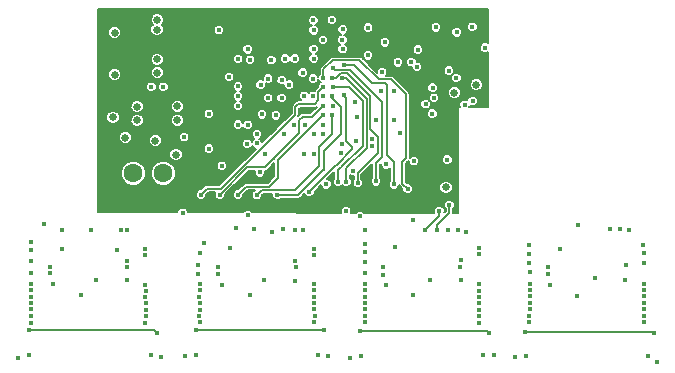
<source format=gbr>
G04 #@! TF.FileFunction,Copper,L4,Inr,Mixed*
%FSLAX45Y45*%
G04 Gerber Fmt 4.5, Leading zero omitted, Abs format (unit mm)*
G04 Created by KiCad (PCBNEW 0.201506030104+5696~23~ubuntu14.04.1-product) date Thu 09 Jul 2015 08:08:36 PM EDT*
%MOMM*%
G01*
G04 APERTURE LIST*
%ADD10C,0.127000*%
%ADD11C,1.600200*%
%ADD12C,0.406400*%
%ADD13C,0.635000*%
G04 APERTURE END LIST*
D10*
D11*
X12456922Y-9391650D03*
X12710922Y-9391650D03*
D12*
X14595856Y-9315958D03*
X14831060Y-9289288D03*
X14659356Y-8937752D03*
X14696440Y-8452104D03*
X14563344Y-8535416D03*
X14553184Y-8692896D03*
X15433548Y-8327136D03*
X13444728Y-8431530D03*
X11589258Y-9973564D03*
X11590782Y-10037826D03*
X12692888Y-10948416D03*
X13005308Y-10246868D03*
X13725144Y-9861296D03*
X13051536Y-9981184D03*
X13017500Y-10069576D03*
X14106652Y-10939780D03*
X14418056Y-9986772D03*
X14417548Y-10060940D03*
X15114524Y-9275572D03*
X15124684Y-9872472D03*
X15807436Y-9998964D03*
X15805912Y-10071608D03*
X16886428Y-10986516D03*
X16495268Y-9861296D03*
X16780002Y-10154158D03*
X15191740Y-8584184D03*
D13*
X12658090Y-8426958D03*
X12657582Y-8173974D03*
X12659106Y-8539734D03*
D12*
X15968980Y-10243566D03*
X14572996Y-10248900D03*
X13177012Y-10244836D03*
X11749786Y-10239502D03*
X11593576Y-10233406D03*
X16216376Y-10433304D03*
D13*
X12829540Y-8823960D03*
D12*
X14514068Y-8941308D03*
X13901928Y-8735568D03*
X14930628Y-8806180D03*
X14988032Y-8886952D03*
X15002256Y-8753348D03*
X14664690Y-8690610D03*
X15193010Y-8197850D03*
X13423900Y-8341360D03*
X13342620Y-8656320D03*
D13*
X12488418Y-8941816D03*
X12830048Y-8941816D03*
D12*
X12886182Y-9085326D03*
X13206730Y-9328150D03*
X13096240Y-9182100D03*
X13528040Y-9382760D03*
X13421360Y-9141460D03*
X13423900Y-8981440D03*
D13*
X12388342Y-9090406D03*
X12658090Y-8092186D03*
X12817602Y-9234170D03*
D12*
X13983208Y-8419592D03*
X13982700Y-8338820D03*
X13822680Y-8420100D03*
X13624560Y-8432800D03*
X13597890Y-8589010D03*
X13534390Y-8639810D03*
X13597890Y-8754110D03*
X13342620Y-8740140D03*
X13906500Y-8978900D03*
X13712190Y-8601710D03*
X13712190Y-8754110D03*
X13978890Y-8589010D03*
X13775690Y-8639810D03*
X13180060Y-8178800D03*
X13662660Y-8900160D03*
D13*
X12488418Y-8826246D03*
D12*
X13575030Y-9231630D03*
X13985240Y-9230360D03*
X15968726Y-10184384D03*
X16627856Y-10170414D03*
X16367506Y-10275824D03*
X15776956Y-10938764D03*
X15507462Y-10929874D03*
X14827250Y-10421366D03*
X14382750Y-10936986D03*
X12009882Y-10421874D03*
X11571732Y-10927334D03*
X13440664Y-10420096D03*
X12986004Y-10930636D03*
X13175996Y-10185146D03*
X13829792Y-10187686D03*
X13566394Y-10291826D03*
X13829284Y-10131298D03*
X15812770Y-10230358D03*
X12139422Y-10292334D03*
X14965680Y-10294366D03*
X12402820Y-10185654D03*
X12402820Y-10132314D03*
X11748516Y-10184638D03*
X15226538Y-10182352D03*
X15227554Y-10127488D03*
X14572234Y-10185908D03*
X14416786Y-10237216D03*
X12321540Y-10043922D03*
X11703304Y-9817354D03*
X14419326Y-9869932D03*
X14717268Y-9047988D03*
X15261590Y-8811260D03*
D13*
X12284202Y-8916670D03*
D12*
X13744448Y-8420100D03*
X13279120Y-10021570D03*
X13001244Y-10167366D03*
X13823188Y-9872218D03*
X13895832Y-9873234D03*
X14415262Y-10142728D03*
X15208504Y-9870948D03*
X15268956Y-9884156D03*
X15806928Y-10153650D03*
X14443964Y-8158988D03*
X14989556Y-8665464D03*
X14229080Y-8173720D03*
X13343890Y-8423910D03*
X13267690Y-8576310D03*
D13*
X12297918Y-8199374D03*
D12*
X13342620Y-8821420D03*
X13342620Y-8978900D03*
X13736320Y-9057640D03*
X13820140Y-8978900D03*
X13982700Y-8181340D03*
X13889990Y-8538210D03*
X14211300Y-9222740D03*
X13980160Y-8735060D03*
X14443202Y-8391906D03*
X13502640Y-9138920D03*
X13545820Y-8892540D03*
X15018258Y-8155178D03*
X14319250Y-9371330D03*
X16651986Y-9869424D03*
X16577056Y-9863074D03*
X16778986Y-10067544D03*
X16775176Y-10001504D03*
X16069056Y-10029444D03*
X13986256Y-10030714D03*
X13989812Y-10087102D03*
X12558776Y-10031222D03*
X12402820Y-9874250D03*
X12351512Y-9874758D03*
X12558776Y-10080498D03*
X11851132Y-10030714D03*
X11591544Y-10132314D03*
X15383002Y-10078720D03*
X15382494Y-10027920D03*
X14674850Y-10016236D03*
X11850624Y-9871202D03*
D13*
X12299442Y-8554974D03*
X15103602Y-9511030D03*
D12*
X12609068Y-8658860D03*
X12710160Y-8658860D03*
D13*
X12642342Y-9114790D03*
D12*
X15326360Y-8150860D03*
D13*
X15173960Y-8709660D03*
X15358872Y-8642604D03*
D12*
X13780008Y-8856472D03*
X13543280Y-8430260D03*
D13*
X13014198Y-8593074D03*
D12*
X13889990Y-8855710D03*
X13902690Y-8423910D03*
X13432790Y-8868410D03*
X13432790Y-8538210D03*
D13*
X12988290Y-8106410D03*
X13000990Y-8195310D03*
D12*
X14090904Y-9485884D03*
X14226540Y-9141460D03*
X15774670Y-10736326D03*
X16867886Y-10745978D03*
X16810990Y-10941304D03*
X12986512Y-10719308D03*
X14072870Y-10720070D03*
X14019784Y-10928096D03*
X15690088Y-10950448D03*
X12892278Y-10940542D03*
X14377924Y-10726674D03*
X15468854Y-10741914D03*
X15416530Y-10926826D03*
X11569446Y-10720578D03*
X12656820Y-10744962D03*
X12605512Y-10929874D03*
X14290548Y-10957052D03*
X11484102Y-10954512D03*
X13095224Y-8887460D03*
X14857984Y-8490204D03*
X14347190Y-8914130D03*
X14585696Y-8282940D03*
X14476730Y-9163050D03*
X14144752Y-8819896D03*
X14334744Y-8785860D03*
X14061440Y-9058910D03*
X14226540Y-8260080D03*
X14810994Y-8450580D03*
X14865350Y-8343900D03*
X15328900Y-8779256D03*
X16777716Y-10651744D03*
X16780256Y-10595864D03*
X16780256Y-10541254D03*
X16780256Y-10486644D03*
X16777716Y-10432034D03*
X16778986Y-10378694D03*
X16778986Y-10325354D03*
X16620236Y-10291064D03*
X15981426Y-10338054D03*
X15812516Y-10325354D03*
X15811246Y-10378694D03*
X15813786Y-10432034D03*
X15812516Y-10486644D03*
X15812516Y-10542524D03*
X15807436Y-10595864D03*
X15806166Y-10653014D03*
X13986764Y-10653776D03*
X13990574Y-10600436D03*
X13989304Y-10543286D03*
X13988034Y-10488676D03*
X13986764Y-10435336D03*
X13986764Y-10380726D03*
X13984224Y-10326116D03*
X13829284Y-10299446D03*
X13204444Y-10333228D03*
X13020294Y-10329926D03*
X13019024Y-10383266D03*
X13016484Y-10436606D03*
X13019024Y-10489946D03*
X13019024Y-10544556D03*
X13016484Y-10597896D03*
X13019024Y-10652506D03*
X14777974Y-9521952D03*
X14066520Y-8581136D03*
X14661642Y-9485376D03*
X14237716Y-8473440D03*
X14225524Y-8587232D03*
X14260576Y-9463532D03*
X14144244Y-8498840D03*
X14511528Y-9460484D03*
X14063472Y-8740648D03*
X14142720Y-8900160D03*
X13502640Y-9576308D03*
X14236192Y-8728964D03*
X13946886Y-9547860D03*
X14141704Y-8739124D03*
X13677138Y-9575292D03*
X14062964Y-8657844D03*
X13029692Y-9572752D03*
X15382240Y-10656316D03*
X15382240Y-10600436D03*
X15382240Y-10545826D03*
X15380970Y-10492486D03*
X15382240Y-10439146D03*
X15383510Y-10385806D03*
X15383510Y-10332466D03*
X15227300Y-10293096D03*
X14592300Y-10334752D03*
X14415770Y-10328656D03*
X14415770Y-10381996D03*
X14414500Y-10435336D03*
X14417040Y-10488676D03*
X14417040Y-10542016D03*
X14417040Y-10595356D03*
X14415770Y-10649966D03*
X12558522Y-10656824D03*
X12559792Y-10600944D03*
X12561062Y-10547604D03*
X12559792Y-10492994D03*
X12558522Y-10439654D03*
X12559792Y-10386314D03*
X12558522Y-10332974D03*
X12402312Y-10294874D03*
X11773916Y-10329164D03*
X11592052Y-10329164D03*
X11593322Y-10382504D03*
X11593322Y-10435844D03*
X11593322Y-10489184D03*
X11589512Y-10543794D03*
X11592052Y-10598404D03*
X11592052Y-10655554D03*
X14143736Y-8658352D03*
X14189456Y-9464040D03*
X14142212Y-8581136D03*
X14357604Y-9471152D03*
X14064488Y-8901176D03*
X13343128Y-9572752D03*
X14062710Y-8817610D03*
X13189458Y-9571482D03*
X13902690Y-9224010D03*
X13983970Y-9061450D03*
X13503402Y-9060688D03*
X14476730Y-9104630D03*
X15127224Y-8522716D03*
X14342110Y-9117330D03*
X14062710Y-8982710D03*
X14229080Y-8340090D03*
X14062710Y-8262620D03*
X13981430Y-8097520D03*
X14137640Y-8093710D03*
X15025116Y-9872472D03*
X15132558Y-9662160D03*
X14925294Y-9871710D03*
X15047214Y-9711690D03*
X14259052Y-9712452D03*
X16225520Y-9826752D03*
X14371828Y-9752584D03*
X14824710Y-9782556D03*
X13628370Y-9885426D03*
X13424154Y-9747504D03*
X12097512Y-9872472D03*
X13476224Y-9859772D03*
X13328142Y-9852660D03*
X12873990Y-9726168D03*
D10*
X13543280Y-8430260D02*
X13543280Y-8425180D01*
X16858234Y-10736326D02*
X16867886Y-10745978D01*
X15774670Y-10736326D02*
X16858234Y-10736326D01*
X12986512Y-10719308D02*
X12986004Y-10719816D01*
X14072108Y-10719308D02*
X14072870Y-10720070D01*
X12986512Y-10719308D02*
X14072108Y-10719308D01*
X15453614Y-10726674D02*
X15468854Y-10741914D01*
X14377924Y-10726674D02*
X15453614Y-10726674D01*
X12632436Y-10720578D02*
X12656820Y-10744962D01*
X11569446Y-10720578D02*
X12632436Y-10720578D01*
X14777974Y-9521952D02*
X14734540Y-9478518D01*
X14765528Y-9262618D02*
X14734540Y-9293606D01*
X14734540Y-9293606D02*
X14734540Y-9452864D01*
X14765528Y-9206484D02*
X14765528Y-9262618D01*
X14734540Y-9478518D02*
X14734540Y-9452864D01*
X14370812Y-8433308D02*
X14534388Y-8596884D01*
X14765528Y-9206484D02*
X14765528Y-9203944D01*
X14765528Y-8722360D02*
X14765528Y-9206484D01*
X14640052Y-8596884D02*
X14765528Y-8722360D01*
X14534388Y-8596884D02*
X14640052Y-8596884D01*
X14066520Y-8581136D02*
X14066520Y-8512048D01*
X14145260Y-8433308D02*
X14370812Y-8433308D01*
X14370812Y-8433308D02*
X14376908Y-8433308D01*
X14066520Y-8512048D02*
X14145260Y-8433308D01*
X14603984Y-9240520D02*
X14661642Y-9298178D01*
X14661642Y-9298178D02*
X14661642Y-9485376D01*
X14603984Y-9153144D02*
X14603984Y-9240520D01*
X14603984Y-9240520D02*
X14603984Y-9238488D01*
X14603984Y-8645652D02*
X14603984Y-9153144D01*
X14583664Y-8625332D02*
X14603984Y-8645652D01*
X14237716Y-8473440D02*
X14324584Y-8473440D01*
X14324584Y-8473440D02*
X14476476Y-8625332D01*
X14476476Y-8625332D02*
X14583664Y-8625332D01*
X14583664Y-8625332D02*
X14582648Y-8625332D01*
X14434820Y-9170924D02*
X14434820Y-9176004D01*
X14434820Y-9176004D02*
X14260576Y-9350248D01*
X14225524Y-8587232D02*
X14261084Y-8587232D01*
X14434820Y-8760968D02*
X14434820Y-9170924D01*
X14261084Y-8587232D02*
X14434820Y-8760968D01*
X14260576Y-9463532D02*
X14260576Y-9350248D01*
X14511528Y-9338056D02*
X14511528Y-9308084D01*
X14511528Y-9308084D02*
X14562836Y-9256776D01*
X14561820Y-8785352D02*
X14562836Y-8786368D01*
X14562836Y-9240012D02*
X14562836Y-9242552D01*
X14562836Y-9241536D02*
X14562836Y-9240012D01*
X14562836Y-8786368D02*
X14562836Y-9241536D01*
X14503908Y-8727440D02*
X14561820Y-8785352D01*
X14561820Y-8785352D02*
X14560296Y-8783828D01*
X14144244Y-8498840D02*
X14161008Y-8515604D01*
X14292072Y-8515604D02*
X14503908Y-8727440D01*
X14503908Y-8727440D02*
X14506448Y-8729980D01*
X14506448Y-8729980D02*
X14503908Y-8727440D01*
X14278864Y-8515604D02*
X14292072Y-8515604D01*
X14161008Y-8515604D02*
X14278864Y-8515604D01*
X14562836Y-9241536D02*
X14562836Y-9256776D01*
X14511528Y-9340088D02*
X14511528Y-9338056D01*
X14511528Y-9338056D02*
X14511528Y-9460484D01*
X14142720Y-8900160D02*
X14142720Y-9058148D01*
X14029182Y-9171686D02*
X14027912Y-9172956D01*
X14142720Y-9058148D02*
X14029182Y-9171686D01*
X14029182Y-9329166D02*
X14029182Y-9332976D01*
X14029182Y-9171686D02*
X14029182Y-9329166D01*
X14029182Y-9329166D02*
X13823696Y-9534652D01*
X13544296Y-9534652D02*
X13502640Y-9576308D01*
X13823696Y-9534652D02*
X13544296Y-9534652D01*
X14175486Y-9322562D02*
X14175740Y-9322308D01*
X14177772Y-9320276D02*
X14175486Y-9322562D01*
X14236192Y-8728964D02*
X14258036Y-8750808D01*
X14311376Y-9186672D02*
X14177772Y-9320276D01*
X14311376Y-9167876D02*
X14311376Y-9186672D01*
X14258036Y-9114536D02*
X14311376Y-9167876D01*
X14258036Y-9105392D02*
X14258036Y-9114536D01*
X14258036Y-8750808D02*
X14258036Y-9105392D01*
X14174470Y-9320276D02*
X14177772Y-9320276D01*
X14174470Y-9320276D02*
X13946886Y-9547860D01*
X14069060Y-9353550D02*
X14069060Y-9359392D01*
X14069060Y-9359392D02*
X14068044Y-9360408D01*
X14069060Y-9348724D02*
X14069060Y-9353550D01*
X14141704Y-8739124D02*
X14141704Y-8752840D01*
X14216888Y-9058148D02*
X14069060Y-9205976D01*
X14216888Y-8828024D02*
X14216888Y-9058148D01*
X14141704Y-8752840D02*
X14216888Y-8828024D01*
X14069060Y-9205976D02*
X14069060Y-9348724D01*
X14069060Y-9356852D02*
X13850620Y-9575292D01*
X13850620Y-9575292D02*
X13677138Y-9575292D01*
X14069060Y-9348724D02*
X14069060Y-9356852D01*
X13854684Y-8804148D02*
X13826236Y-8832596D01*
X13826236Y-8832596D02*
X13826236Y-8893556D01*
X13656564Y-9063228D02*
X13656564Y-9063228D01*
X13826236Y-8893556D02*
X13656564Y-9063228D01*
X13889228Y-8804148D02*
X13854684Y-8804148D01*
X14021816Y-8698992D02*
X14023340Y-8700516D01*
X13991336Y-8804148D02*
X13889228Y-8804148D01*
X13889228Y-8804148D02*
X13887704Y-8804148D01*
X14023340Y-8772144D02*
X13991336Y-8804148D01*
X14023340Y-8700516D02*
X14023340Y-8772144D01*
X14062964Y-8657844D02*
X14021816Y-8698992D01*
X14021816Y-8698992D02*
X14022832Y-8697976D01*
X14062964Y-8657844D02*
X14062964Y-8659368D01*
X13197840Y-9521952D02*
X13080492Y-9521952D01*
X13080492Y-9521952D02*
X13029692Y-9572752D01*
X13197840Y-9521952D02*
X13656564Y-9063228D01*
X14397228Y-8888984D02*
X14397228Y-9157208D01*
X14215110Y-9339326D02*
X14215364Y-9339072D01*
X14397228Y-9157208D02*
X14215110Y-9339326D01*
X14143736Y-8658352D02*
X14278864Y-8658352D01*
X14397228Y-8776716D02*
X14397228Y-8888984D01*
X14397228Y-8888984D02*
X14397228Y-8891524D01*
X14278864Y-8658352D02*
X14397228Y-8776716D01*
X14187424Y-9367012D02*
X14188440Y-9365996D01*
X14215110Y-9339326D02*
X14187424Y-9367012D01*
X14187424Y-9462008D02*
X14187424Y-9367012D01*
X14187424Y-9462008D02*
X14189456Y-9464040D01*
X14474190Y-9029954D02*
X14460728Y-9016492D01*
X14460728Y-9016492D02*
X14460728Y-8735060D01*
X14460728Y-8735060D02*
X14460728Y-8740648D01*
X14460728Y-8740648D02*
X14460728Y-8735060D01*
X14373606Y-9373362D02*
X14372844Y-9374124D01*
X14142212Y-8581136D02*
X14174216Y-8581136D01*
X14174216Y-8581136D02*
X14213840Y-8541512D01*
X14213840Y-8541512D02*
X14267180Y-8541512D01*
X14267180Y-8541512D02*
X14460728Y-8735060D01*
X14524228Y-9222740D02*
X14373606Y-9373362D01*
X14524228Y-9079992D02*
X14524228Y-9222740D01*
X14473936Y-9029700D02*
X14474190Y-9029954D01*
X14474190Y-9029954D02*
X14524228Y-9079992D01*
X14357604Y-9389364D02*
X14373606Y-9373362D01*
X14356842Y-9390126D02*
X14357604Y-9389364D01*
X14357604Y-9471152D02*
X14357604Y-9389364D01*
X13685012Y-9280652D02*
X13680694Y-9284970D01*
X14064488Y-8901176D02*
X13685012Y-9280652D01*
X13412470Y-9503410D02*
X13343128Y-9572752D01*
X13606018Y-9503410D02*
X13412470Y-9503410D01*
X13680694Y-9428734D02*
X13606018Y-9503410D01*
X13680694Y-9284970D02*
X13680694Y-9428734D01*
X13650087Y-9263253D02*
X13645388Y-9267952D01*
X13860272Y-9053068D02*
X13650087Y-9263253D01*
X13860272Y-8943848D02*
X13860272Y-9053068D01*
X13892276Y-8911844D02*
X13860272Y-8943848D01*
X13908532Y-8911844D02*
X13892276Y-8911844D01*
X13968476Y-8911844D02*
X13908532Y-8911844D01*
X14062710Y-8817610D02*
X13968476Y-8911844D01*
X13571982Y-9341358D02*
X13650087Y-9263253D01*
X13419582Y-9341358D02*
X13189458Y-9571482D01*
X13571982Y-9341358D02*
X13419582Y-9341358D01*
X15025116Y-9828276D02*
X15025116Y-9831324D01*
X15025116Y-9831324D02*
X15025116Y-9872472D01*
X15132558Y-9723882D02*
X15025116Y-9831324D01*
X15132558Y-9662160D02*
X15132558Y-9723882D01*
X15047214Y-9749790D02*
X14925294Y-9871710D01*
X15047214Y-9711690D02*
X15047214Y-9749790D01*
G36*
X14008747Y-8828468D02*
X13955851Y-8881364D01*
X13908532Y-8881364D01*
X13892276Y-8881364D01*
X13880612Y-8883684D01*
X13870723Y-8890291D01*
X13851579Y-8909436D01*
X13854396Y-8905220D01*
X13856716Y-8893556D01*
X13856716Y-8893556D01*
X13856716Y-8845221D01*
X13867309Y-8834628D01*
X13887704Y-8834628D01*
X13889228Y-8834628D01*
X13991336Y-8834628D01*
X14003000Y-8832308D01*
X14008747Y-8828468D01*
X14008747Y-8828468D01*
G37*
X14008747Y-8828468D02*
X13955851Y-8881364D01*
X13908532Y-8881364D01*
X13892276Y-8881364D01*
X13880612Y-8883684D01*
X13870723Y-8890291D01*
X13851579Y-8909436D01*
X13854396Y-8905220D01*
X13856716Y-8893556D01*
X13856716Y-8893556D01*
X13856716Y-8845221D01*
X13867309Y-8834628D01*
X13887704Y-8834628D01*
X13889228Y-8834628D01*
X13991336Y-8834628D01*
X14003000Y-8832308D01*
X14008747Y-8828468D01*
G36*
X15455392Y-8831326D02*
X15414762Y-8831326D01*
X15414762Y-8631538D01*
X15406272Y-8610992D01*
X15390567Y-8595259D01*
X15370818Y-8587058D01*
X15370818Y-8142057D01*
X15364065Y-8125714D01*
X15351572Y-8113199D01*
X15335240Y-8106418D01*
X15317557Y-8106402D01*
X15301214Y-8113155D01*
X15288699Y-8125648D01*
X15281918Y-8141980D01*
X15281902Y-8159663D01*
X15288655Y-8176006D01*
X15301148Y-8188521D01*
X15317480Y-8195302D01*
X15335163Y-8195318D01*
X15351506Y-8188565D01*
X15364021Y-8176072D01*
X15370802Y-8159740D01*
X15370818Y-8142057D01*
X15370818Y-8587058D01*
X15370036Y-8586734D01*
X15347805Y-8586714D01*
X15327260Y-8595204D01*
X15311527Y-8610909D01*
X15303002Y-8631440D01*
X15302982Y-8653671D01*
X15311472Y-8674216D01*
X15327177Y-8689949D01*
X15347708Y-8698474D01*
X15369938Y-8698494D01*
X15390484Y-8690004D01*
X15406217Y-8674299D01*
X15414742Y-8653768D01*
X15414762Y-8631538D01*
X15414762Y-8831326D01*
X15301387Y-8831326D01*
X15306032Y-8820140D01*
X15306034Y-8817891D01*
X15320020Y-8823698D01*
X15337703Y-8823714D01*
X15354046Y-8816961D01*
X15366561Y-8804468D01*
X15373342Y-8788136D01*
X15373358Y-8770453D01*
X15366605Y-8754110D01*
X15354112Y-8741595D01*
X15337780Y-8734814D01*
X15320097Y-8734798D01*
X15303754Y-8741551D01*
X15291239Y-8754044D01*
X15284458Y-8770376D01*
X15284456Y-8772625D01*
X15270470Y-8766818D01*
X15252787Y-8766802D01*
X15237468Y-8773132D01*
X15237468Y-8189047D01*
X15230715Y-8172704D01*
X15218222Y-8160189D01*
X15201890Y-8153408D01*
X15184207Y-8153392D01*
X15167864Y-8160145D01*
X15155349Y-8172638D01*
X15148568Y-8188970D01*
X15148552Y-8206653D01*
X15155305Y-8222996D01*
X15167798Y-8235511D01*
X15184130Y-8242292D01*
X15201813Y-8242308D01*
X15218156Y-8235555D01*
X15230671Y-8223062D01*
X15237452Y-8206730D01*
X15237468Y-8189047D01*
X15237468Y-8773132D01*
X15236444Y-8773555D01*
X15236198Y-8773801D01*
X15236198Y-8575381D01*
X15229445Y-8559038D01*
X15216952Y-8546523D01*
X15200620Y-8539742D01*
X15182937Y-8539726D01*
X15171682Y-8544377D01*
X15171682Y-8513913D01*
X15164929Y-8497570D01*
X15152436Y-8485055D01*
X15136104Y-8478274D01*
X15118421Y-8478258D01*
X15102078Y-8485011D01*
X15089563Y-8497504D01*
X15082782Y-8513836D01*
X15082766Y-8531519D01*
X15089519Y-8547862D01*
X15102012Y-8560377D01*
X15118344Y-8567158D01*
X15136027Y-8567174D01*
X15152370Y-8560421D01*
X15164885Y-8547928D01*
X15171666Y-8531596D01*
X15171682Y-8513913D01*
X15171682Y-8544377D01*
X15166594Y-8546479D01*
X15154079Y-8558972D01*
X15147298Y-8575304D01*
X15147282Y-8592987D01*
X15154035Y-8609330D01*
X15166528Y-8621845D01*
X15182860Y-8628626D01*
X15200543Y-8628642D01*
X15216886Y-8621889D01*
X15229401Y-8609396D01*
X15236182Y-8593064D01*
X15236198Y-8575381D01*
X15236198Y-8773801D01*
X15229850Y-8780138D01*
X15229850Y-8698594D01*
X15221360Y-8678048D01*
X15205655Y-8662315D01*
X15185124Y-8653790D01*
X15162893Y-8653770D01*
X15142348Y-8662260D01*
X15126615Y-8677965D01*
X15118090Y-8698496D01*
X15118070Y-8720727D01*
X15126560Y-8741272D01*
X15142265Y-8757005D01*
X15162796Y-8765530D01*
X15185026Y-8765550D01*
X15205572Y-8757060D01*
X15221305Y-8741355D01*
X15229830Y-8720824D01*
X15229850Y-8698594D01*
X15229850Y-8780138D01*
X15223929Y-8786048D01*
X15217148Y-8802380D01*
X15217132Y-8820063D01*
X15221786Y-8831326D01*
X15209774Y-8831326D01*
X15207344Y-8831809D01*
X15205284Y-8833186D01*
X15203907Y-8835246D01*
X15203424Y-8837676D01*
X15203424Y-9726655D01*
X15162513Y-9726523D01*
X15163038Y-9723882D01*
X15163038Y-9694540D01*
X15170219Y-9687372D01*
X15177000Y-9671040D01*
X15177016Y-9653357D01*
X15170263Y-9637014D01*
X15159492Y-9626224D01*
X15159492Y-9499964D01*
X15158982Y-9498729D01*
X15158982Y-9266769D01*
X15152229Y-9250426D01*
X15139736Y-9237911D01*
X15123404Y-9231130D01*
X15105721Y-9231114D01*
X15089378Y-9237867D01*
X15076863Y-9250360D01*
X15070082Y-9266692D01*
X15070066Y-9284375D01*
X15076819Y-9300718D01*
X15089312Y-9313233D01*
X15105644Y-9320014D01*
X15123327Y-9320030D01*
X15139670Y-9313277D01*
X15152185Y-9300784D01*
X15158966Y-9284452D01*
X15158982Y-9266769D01*
X15158982Y-9498729D01*
X15151002Y-9479418D01*
X15135297Y-9463685D01*
X15114766Y-9455160D01*
X15092535Y-9455140D01*
X15071990Y-9463630D01*
X15062716Y-9472888D01*
X15062716Y-8146375D01*
X15055963Y-8130032D01*
X15043470Y-8117517D01*
X15027138Y-8110736D01*
X15009455Y-8110720D01*
X14993112Y-8117473D01*
X14980597Y-8129966D01*
X14973816Y-8146298D01*
X14973800Y-8163981D01*
X14980553Y-8180324D01*
X14993046Y-8192839D01*
X15009378Y-8199620D01*
X15027061Y-8199636D01*
X15043404Y-8192883D01*
X15055919Y-8180390D01*
X15062700Y-8164058D01*
X15062716Y-8146375D01*
X15062716Y-9472888D01*
X15056257Y-9479335D01*
X15047732Y-9499866D01*
X15047712Y-9522097D01*
X15056202Y-9542642D01*
X15071907Y-9558375D01*
X15092438Y-9566900D01*
X15114668Y-9566920D01*
X15135214Y-9558430D01*
X15150947Y-9542725D01*
X15159472Y-9522194D01*
X15159492Y-9499964D01*
X15159492Y-9626224D01*
X15157770Y-9624499D01*
X15141438Y-9617718D01*
X15123755Y-9617702D01*
X15107412Y-9624455D01*
X15094897Y-9636948D01*
X15088116Y-9653280D01*
X15088100Y-9670963D01*
X15094853Y-9687306D01*
X15102078Y-9694543D01*
X15102078Y-9711257D01*
X15090869Y-9722466D01*
X15091656Y-9720570D01*
X15091672Y-9702887D01*
X15084919Y-9686544D01*
X15072426Y-9674029D01*
X15056094Y-9667248D01*
X15046714Y-9667240D01*
X15046714Y-8744545D01*
X15039961Y-8728202D01*
X15027468Y-8715687D01*
X15011136Y-8708906D01*
X15000839Y-8708897D01*
X15014702Y-8703169D01*
X15027217Y-8690676D01*
X15033998Y-8674344D01*
X15034014Y-8656661D01*
X15027261Y-8640318D01*
X15014768Y-8627803D01*
X14998436Y-8621022D01*
X14980753Y-8621006D01*
X14964410Y-8627759D01*
X14951895Y-8640252D01*
X14945114Y-8656584D01*
X14945098Y-8674267D01*
X14951851Y-8690610D01*
X14964344Y-8703125D01*
X14980676Y-8709906D01*
X14990973Y-8709915D01*
X14977110Y-8715643D01*
X14964595Y-8728136D01*
X14957814Y-8744468D01*
X14957798Y-8762151D01*
X14963671Y-8776364D01*
X14955840Y-8768519D01*
X14939508Y-8761738D01*
X14921825Y-8761722D01*
X14909808Y-8766688D01*
X14909808Y-8335097D01*
X14903055Y-8318754D01*
X14890562Y-8306239D01*
X14874230Y-8299458D01*
X14856547Y-8299442D01*
X14840204Y-8306195D01*
X14827689Y-8318688D01*
X14820908Y-8335020D01*
X14820892Y-8352703D01*
X14827645Y-8369046D01*
X14840138Y-8381561D01*
X14856470Y-8388342D01*
X14874153Y-8388358D01*
X14890496Y-8381605D01*
X14903011Y-8369112D01*
X14909792Y-8352780D01*
X14909808Y-8335097D01*
X14909808Y-8766688D01*
X14905482Y-8768475D01*
X14902442Y-8771510D01*
X14902442Y-8481401D01*
X14895689Y-8465058D01*
X14883196Y-8452543D01*
X14866864Y-8445762D01*
X14855448Y-8445752D01*
X14855452Y-8441777D01*
X14848699Y-8425434D01*
X14836206Y-8412919D01*
X14819874Y-8406138D01*
X14802191Y-8406122D01*
X14785848Y-8412875D01*
X14773333Y-8425368D01*
X14766552Y-8441700D01*
X14766536Y-8459383D01*
X14773289Y-8475726D01*
X14785782Y-8488241D01*
X14802114Y-8495022D01*
X14813530Y-8495032D01*
X14813526Y-8499007D01*
X14820279Y-8515350D01*
X14832772Y-8527865D01*
X14849104Y-8534646D01*
X14866787Y-8534662D01*
X14883130Y-8527909D01*
X14895645Y-8515416D01*
X14902426Y-8499084D01*
X14902442Y-8481401D01*
X14902442Y-8771510D01*
X14892967Y-8780968D01*
X14886186Y-8797300D01*
X14886170Y-8814983D01*
X14892923Y-8831326D01*
X14905416Y-8843841D01*
X14921748Y-8850622D01*
X14939431Y-8850638D01*
X14955774Y-8843885D01*
X14968289Y-8831392D01*
X14975070Y-8815060D01*
X14975086Y-8797377D01*
X14969213Y-8783164D01*
X14977044Y-8791009D01*
X14993376Y-8797790D01*
X15011059Y-8797806D01*
X15027402Y-8791053D01*
X15039917Y-8778560D01*
X15046698Y-8762228D01*
X15046714Y-8744545D01*
X15046714Y-9667240D01*
X15038411Y-9667232D01*
X15032490Y-9669679D01*
X15032490Y-8878149D01*
X15025737Y-8861806D01*
X15013244Y-8849291D01*
X14996912Y-8842510D01*
X14979229Y-8842494D01*
X14962886Y-8849247D01*
X14950371Y-8861740D01*
X14943590Y-8878072D01*
X14943574Y-8895755D01*
X14950327Y-8912098D01*
X14962820Y-8924613D01*
X14979152Y-8931394D01*
X14996835Y-8931410D01*
X15013178Y-8924657D01*
X15025693Y-8912164D01*
X15032474Y-8895832D01*
X15032490Y-8878149D01*
X15032490Y-9669679D01*
X15022068Y-9673985D01*
X15009553Y-9686478D01*
X15002772Y-9702810D01*
X15002756Y-9720493D01*
X15005037Y-9726012D01*
X14875518Y-9725592D01*
X14875518Y-9280485D01*
X14868765Y-9264142D01*
X14856272Y-9251627D01*
X14839940Y-9244846D01*
X14822257Y-9244830D01*
X14805914Y-9251583D01*
X14796008Y-9261472D01*
X14796008Y-9206484D01*
X14796008Y-9203944D01*
X14796008Y-8722360D01*
X14793688Y-8710696D01*
X14793688Y-8710696D01*
X14787081Y-8700807D01*
X14740898Y-8654625D01*
X14740898Y-8443301D01*
X14734145Y-8426958D01*
X14721652Y-8414443D01*
X14705320Y-8407662D01*
X14687637Y-8407646D01*
X14671294Y-8414399D01*
X14658779Y-8426892D01*
X14651998Y-8443224D01*
X14651982Y-8460907D01*
X14658735Y-8477250D01*
X14671228Y-8489765D01*
X14687560Y-8496546D01*
X14705243Y-8496562D01*
X14721586Y-8489809D01*
X14734101Y-8477316D01*
X14740882Y-8460984D01*
X14740898Y-8443301D01*
X14740898Y-8654625D01*
X14661605Y-8575331D01*
X14651716Y-8568724D01*
X14640052Y-8566404D01*
X14630154Y-8566404D01*
X14630154Y-8274137D01*
X14623401Y-8257794D01*
X14610908Y-8245279D01*
X14594576Y-8238498D01*
X14576893Y-8238482D01*
X14560550Y-8245235D01*
X14548035Y-8257728D01*
X14541254Y-8274060D01*
X14541238Y-8291743D01*
X14547991Y-8308086D01*
X14560484Y-8320601D01*
X14576816Y-8327382D01*
X14594499Y-8327398D01*
X14610842Y-8320645D01*
X14623357Y-8308152D01*
X14630138Y-8291820D01*
X14630154Y-8274137D01*
X14630154Y-8566404D01*
X14595218Y-8566404D01*
X14601005Y-8560628D01*
X14607786Y-8544296D01*
X14607802Y-8526613D01*
X14601049Y-8510270D01*
X14588556Y-8497755D01*
X14572224Y-8490974D01*
X14554541Y-8490958D01*
X14538198Y-8497711D01*
X14525683Y-8510204D01*
X14518902Y-8526536D01*
X14518891Y-8538282D01*
X14488422Y-8507813D01*
X14488422Y-8150185D01*
X14481669Y-8133842D01*
X14469176Y-8121327D01*
X14452844Y-8114546D01*
X14435161Y-8114530D01*
X14418818Y-8121283D01*
X14406303Y-8133776D01*
X14399522Y-8150108D01*
X14399506Y-8167791D01*
X14406259Y-8184134D01*
X14418752Y-8196649D01*
X14435084Y-8203430D01*
X14452767Y-8203446D01*
X14469110Y-8196693D01*
X14481625Y-8184200D01*
X14488406Y-8167868D01*
X14488422Y-8150185D01*
X14488422Y-8507813D01*
X14487660Y-8507051D01*
X14487660Y-8383103D01*
X14480907Y-8366760D01*
X14468414Y-8354245D01*
X14452082Y-8347464D01*
X14434399Y-8347448D01*
X14418056Y-8354201D01*
X14405541Y-8366694D01*
X14398760Y-8383026D01*
X14398744Y-8400709D01*
X14405497Y-8417052D01*
X14417990Y-8429567D01*
X14434322Y-8436348D01*
X14452005Y-8436364D01*
X14468348Y-8429611D01*
X14480863Y-8417118D01*
X14487644Y-8400786D01*
X14487660Y-8383103D01*
X14487660Y-8507051D01*
X14405767Y-8425158D01*
X14405068Y-8421644D01*
X14398461Y-8411755D01*
X14388572Y-8405148D01*
X14376908Y-8402828D01*
X14370812Y-8402828D01*
X14273538Y-8402828D01*
X14273538Y-8331287D01*
X14266785Y-8314944D01*
X14254292Y-8302429D01*
X14247386Y-8299561D01*
X14251686Y-8297785D01*
X14264201Y-8285292D01*
X14270982Y-8268960D01*
X14270998Y-8251277D01*
X14264245Y-8234934D01*
X14251752Y-8222419D01*
X14239714Y-8217421D01*
X14254226Y-8211425D01*
X14266741Y-8198932D01*
X14273522Y-8182600D01*
X14273538Y-8164917D01*
X14266785Y-8148574D01*
X14254292Y-8136059D01*
X14237960Y-8129278D01*
X14220277Y-8129262D01*
X14203934Y-8136015D01*
X14191419Y-8148508D01*
X14184638Y-8164840D01*
X14184622Y-8182523D01*
X14191375Y-8198866D01*
X14203868Y-8211381D01*
X14215905Y-8216379D01*
X14201394Y-8222375D01*
X14188879Y-8234868D01*
X14182098Y-8251200D01*
X14182098Y-8251314D01*
X14182098Y-8084907D01*
X14175345Y-8068564D01*
X14162852Y-8056049D01*
X14146520Y-8049268D01*
X14128837Y-8049252D01*
X14112494Y-8056005D01*
X14099979Y-8068498D01*
X14093198Y-8084830D01*
X14093182Y-8102513D01*
X14099935Y-8118856D01*
X14112428Y-8131371D01*
X14128760Y-8138152D01*
X14146443Y-8138168D01*
X14162786Y-8131415D01*
X14175301Y-8118922D01*
X14182082Y-8102590D01*
X14182098Y-8084907D01*
X14182098Y-8251314D01*
X14182082Y-8268883D01*
X14188835Y-8285226D01*
X14201328Y-8297741D01*
X14208234Y-8300608D01*
X14203934Y-8302385D01*
X14191419Y-8314878D01*
X14184638Y-8331210D01*
X14184622Y-8348893D01*
X14191375Y-8365236D01*
X14203868Y-8377751D01*
X14220200Y-8384532D01*
X14237883Y-8384548D01*
X14254226Y-8377795D01*
X14266741Y-8365302D01*
X14273522Y-8348970D01*
X14273538Y-8331287D01*
X14273538Y-8402828D01*
X14145260Y-8402828D01*
X14133596Y-8405148D01*
X14123707Y-8411755D01*
X14107168Y-8428295D01*
X14107168Y-8253817D01*
X14100415Y-8237474D01*
X14087922Y-8224959D01*
X14071590Y-8218178D01*
X14053907Y-8218162D01*
X14037564Y-8224915D01*
X14027158Y-8235303D01*
X14027158Y-8172537D01*
X14020405Y-8156194D01*
X14007912Y-8143679D01*
X13997040Y-8139165D01*
X14006576Y-8135225D01*
X14019091Y-8122732D01*
X14025872Y-8106400D01*
X14025888Y-8088717D01*
X14019135Y-8072374D01*
X14006642Y-8059859D01*
X13990310Y-8053078D01*
X13972627Y-8053062D01*
X13956284Y-8059815D01*
X13943769Y-8072308D01*
X13936988Y-8088640D01*
X13936972Y-8106323D01*
X13943725Y-8122666D01*
X13956218Y-8135181D01*
X13967090Y-8139695D01*
X13957554Y-8143635D01*
X13945039Y-8156128D01*
X13938258Y-8172460D01*
X13938242Y-8190143D01*
X13944995Y-8206486D01*
X13957488Y-8219001D01*
X13973820Y-8225782D01*
X13991503Y-8225798D01*
X14007846Y-8219045D01*
X14020361Y-8206552D01*
X14027142Y-8190220D01*
X14027158Y-8172537D01*
X14027158Y-8235303D01*
X14025049Y-8237408D01*
X14018268Y-8253740D01*
X14018252Y-8271423D01*
X14025005Y-8287766D01*
X14037498Y-8300281D01*
X14053830Y-8307062D01*
X14071513Y-8307078D01*
X14087856Y-8300325D01*
X14100371Y-8287832D01*
X14107152Y-8271500D01*
X14107168Y-8253817D01*
X14107168Y-8428295D01*
X14044967Y-8490495D01*
X14038360Y-8500384D01*
X14036040Y-8512048D01*
X14036040Y-8548756D01*
X14028859Y-8555924D01*
X14027666Y-8558798D01*
X14027666Y-8410789D01*
X14020913Y-8394446D01*
X14008420Y-8381931D01*
X14001608Y-8379102D01*
X14007846Y-8376525D01*
X14020361Y-8364032D01*
X14027142Y-8347700D01*
X14027158Y-8330017D01*
X14020405Y-8313674D01*
X14007912Y-8301159D01*
X13991580Y-8294378D01*
X13973897Y-8294362D01*
X13957554Y-8301115D01*
X13945039Y-8313608D01*
X13938258Y-8329940D01*
X13938242Y-8347623D01*
X13944995Y-8363966D01*
X13957488Y-8376481D01*
X13964300Y-8379309D01*
X13958062Y-8381887D01*
X13945547Y-8394380D01*
X13938766Y-8410712D01*
X13938750Y-8428395D01*
X13945503Y-8444738D01*
X13957996Y-8457253D01*
X13974328Y-8464034D01*
X13992011Y-8464050D01*
X14008354Y-8457297D01*
X14020869Y-8444804D01*
X14027650Y-8428472D01*
X14027666Y-8410789D01*
X14027666Y-8558798D01*
X14022078Y-8572256D01*
X14022073Y-8577123D01*
X14016595Y-8563864D01*
X14004102Y-8551349D01*
X13987770Y-8544568D01*
X13970087Y-8544552D01*
X13953744Y-8551305D01*
X13941229Y-8563798D01*
X13934448Y-8580130D01*
X13934448Y-8580244D01*
X13934448Y-8529407D01*
X13927695Y-8513064D01*
X13915202Y-8500549D01*
X13898870Y-8493768D01*
X13881187Y-8493752D01*
X13867138Y-8499557D01*
X13867138Y-8411297D01*
X13860385Y-8394954D01*
X13847892Y-8382439D01*
X13831560Y-8375658D01*
X13813877Y-8375642D01*
X13797534Y-8382395D01*
X13785019Y-8394888D01*
X13783569Y-8398381D01*
X13782153Y-8394954D01*
X13769660Y-8382439D01*
X13753328Y-8375658D01*
X13735645Y-8375642D01*
X13719302Y-8382395D01*
X13706787Y-8394888D01*
X13700006Y-8411220D01*
X13699990Y-8428903D01*
X13706743Y-8445246D01*
X13719236Y-8457761D01*
X13735568Y-8464542D01*
X13753251Y-8464558D01*
X13769594Y-8457805D01*
X13782109Y-8445312D01*
X13783559Y-8441819D01*
X13784975Y-8445246D01*
X13797468Y-8457761D01*
X13813800Y-8464542D01*
X13831483Y-8464558D01*
X13847826Y-8457805D01*
X13860341Y-8445312D01*
X13867122Y-8428980D01*
X13867138Y-8411297D01*
X13867138Y-8499557D01*
X13864844Y-8500505D01*
X13852329Y-8512998D01*
X13845548Y-8529330D01*
X13845532Y-8547013D01*
X13852285Y-8563356D01*
X13864778Y-8575871D01*
X13881110Y-8582652D01*
X13898793Y-8582668D01*
X13915136Y-8575915D01*
X13927651Y-8563422D01*
X13934432Y-8547090D01*
X13934448Y-8529407D01*
X13934448Y-8580244D01*
X13934432Y-8597813D01*
X13941185Y-8614156D01*
X13953678Y-8626671D01*
X13970010Y-8633452D01*
X13987693Y-8633468D01*
X14004036Y-8626715D01*
X14016551Y-8614222D01*
X14023332Y-8597890D01*
X14023336Y-8593023D01*
X14028815Y-8606282D01*
X14041238Y-8618726D01*
X14037818Y-8620139D01*
X14025303Y-8632632D01*
X14018522Y-8648964D01*
X14018513Y-8659190D01*
X14001279Y-8676423D01*
X14000263Y-8677439D01*
X13993656Y-8687328D01*
X13992699Y-8692137D01*
X13989040Y-8690618D01*
X13971357Y-8690602D01*
X13955014Y-8697355D01*
X13942499Y-8709848D01*
X13940943Y-8713594D01*
X13939633Y-8710422D01*
X13927140Y-8697907D01*
X13910808Y-8691126D01*
X13893125Y-8691110D01*
X13876782Y-8697863D01*
X13864267Y-8710356D01*
X13857486Y-8726688D01*
X13857470Y-8744371D01*
X13864223Y-8760714D01*
X13876716Y-8773229D01*
X13877774Y-8773668D01*
X13854684Y-8773668D01*
X13843020Y-8775988D01*
X13833131Y-8782595D01*
X13820148Y-8795579D01*
X13820148Y-8631007D01*
X13813395Y-8614664D01*
X13800902Y-8602149D01*
X13784570Y-8595368D01*
X13766887Y-8595352D01*
X13756642Y-8599586D01*
X13756648Y-8592907D01*
X13749895Y-8576564D01*
X13737402Y-8564049D01*
X13721070Y-8557268D01*
X13703387Y-8557252D01*
X13687044Y-8564005D01*
X13674529Y-8576498D01*
X13669018Y-8589771D01*
X13669018Y-8423997D01*
X13662265Y-8407654D01*
X13649772Y-8395139D01*
X13633440Y-8388358D01*
X13615757Y-8388342D01*
X13599414Y-8395095D01*
X13586899Y-8407588D01*
X13580118Y-8423920D01*
X13580102Y-8441603D01*
X13586855Y-8457946D01*
X13599348Y-8470461D01*
X13615680Y-8477242D01*
X13633363Y-8477258D01*
X13649706Y-8470505D01*
X13662221Y-8458012D01*
X13669002Y-8441680D01*
X13669018Y-8423997D01*
X13669018Y-8589771D01*
X13667748Y-8592830D01*
X13667732Y-8610513D01*
X13674485Y-8626856D01*
X13686978Y-8639371D01*
X13703310Y-8646152D01*
X13720993Y-8646168D01*
X13731238Y-8641934D01*
X13731232Y-8648613D01*
X13737985Y-8664956D01*
X13750478Y-8677471D01*
X13766810Y-8684252D01*
X13784493Y-8684268D01*
X13800836Y-8677515D01*
X13813351Y-8665022D01*
X13820132Y-8648690D01*
X13820148Y-8631007D01*
X13820148Y-8795579D01*
X13804683Y-8811043D01*
X13798076Y-8820932D01*
X13795756Y-8832596D01*
X13795756Y-8880931D01*
X13756648Y-8920039D01*
X13756648Y-8745307D01*
X13749895Y-8728964D01*
X13737402Y-8716449D01*
X13721070Y-8709668D01*
X13703387Y-8709652D01*
X13687044Y-8716405D01*
X13674529Y-8728898D01*
X13667748Y-8745230D01*
X13667732Y-8762913D01*
X13674485Y-8779256D01*
X13686978Y-8791771D01*
X13703310Y-8798552D01*
X13720993Y-8798568D01*
X13737336Y-8791815D01*
X13749851Y-8779322D01*
X13756632Y-8762990D01*
X13756648Y-8745307D01*
X13756648Y-8920039D01*
X13707118Y-8969569D01*
X13707118Y-8891357D01*
X13700365Y-8875014D01*
X13687872Y-8862499D01*
X13671540Y-8855718D01*
X13653857Y-8855702D01*
X13642348Y-8860458D01*
X13642348Y-8745307D01*
X13642348Y-8580207D01*
X13635595Y-8563864D01*
X13623102Y-8551349D01*
X13606770Y-8544568D01*
X13589087Y-8544552D01*
X13572744Y-8551305D01*
X13560229Y-8563798D01*
X13553448Y-8580130D01*
X13553432Y-8597813D01*
X13554317Y-8599955D01*
X13543270Y-8595368D01*
X13525587Y-8595352D01*
X13509244Y-8602105D01*
X13496729Y-8614598D01*
X13489948Y-8630930D01*
X13489932Y-8648613D01*
X13496685Y-8664956D01*
X13509178Y-8677471D01*
X13525510Y-8684252D01*
X13543193Y-8684268D01*
X13559536Y-8677515D01*
X13572051Y-8665022D01*
X13578832Y-8648690D01*
X13578848Y-8631007D01*
X13577963Y-8628865D01*
X13589010Y-8633452D01*
X13606693Y-8633468D01*
X13623036Y-8626715D01*
X13635551Y-8614222D01*
X13642332Y-8597890D01*
X13642348Y-8580207D01*
X13642348Y-8745307D01*
X13635595Y-8728964D01*
X13623102Y-8716449D01*
X13606770Y-8709668D01*
X13589087Y-8709652D01*
X13572744Y-8716405D01*
X13560229Y-8728898D01*
X13553448Y-8745230D01*
X13553432Y-8762913D01*
X13560185Y-8779256D01*
X13572678Y-8791771D01*
X13589010Y-8798552D01*
X13606693Y-8798568D01*
X13623036Y-8791815D01*
X13635551Y-8779322D01*
X13642332Y-8762990D01*
X13642348Y-8745307D01*
X13642348Y-8860458D01*
X13637514Y-8862455D01*
X13624999Y-8874948D01*
X13618218Y-8891280D01*
X13618202Y-8908963D01*
X13624955Y-8925306D01*
X13637448Y-8937821D01*
X13653780Y-8944602D01*
X13671463Y-8944618D01*
X13687806Y-8937865D01*
X13700321Y-8925372D01*
X13707102Y-8909040D01*
X13707118Y-8891357D01*
X13707118Y-8969569D01*
X13635011Y-9041675D01*
X13590278Y-9086409D01*
X13590278Y-8883737D01*
X13583525Y-8867394D01*
X13571032Y-8854879D01*
X13554700Y-8848098D01*
X13537017Y-8848082D01*
X13520674Y-8854835D01*
X13508159Y-8867328D01*
X13501378Y-8883660D01*
X13501362Y-8901343D01*
X13508115Y-8917686D01*
X13520608Y-8930201D01*
X13536940Y-8936982D01*
X13554623Y-8936998D01*
X13570966Y-8930245D01*
X13583481Y-8917752D01*
X13590262Y-8901420D01*
X13590278Y-8883737D01*
X13590278Y-9086409D01*
X13546943Y-9129743D01*
X13540345Y-9113774D01*
X13527852Y-9101259D01*
X13524739Y-9099967D01*
X13528548Y-9098393D01*
X13541063Y-9085900D01*
X13547844Y-9069568D01*
X13547860Y-9051885D01*
X13541107Y-9035542D01*
X13528614Y-9023027D01*
X13512282Y-9016246D01*
X13494599Y-9016230D01*
X13489186Y-9018467D01*
X13489186Y-8422727D01*
X13482433Y-8406384D01*
X13469940Y-8393869D01*
X13468358Y-8393212D01*
X13468358Y-8332557D01*
X13461605Y-8316214D01*
X13449112Y-8303699D01*
X13432780Y-8296918D01*
X13415097Y-8296902D01*
X13398754Y-8303655D01*
X13386239Y-8316148D01*
X13379458Y-8332480D01*
X13379442Y-8350163D01*
X13386195Y-8366506D01*
X13398688Y-8379021D01*
X13415020Y-8385802D01*
X13432703Y-8385818D01*
X13449046Y-8379065D01*
X13461561Y-8366572D01*
X13468342Y-8350240D01*
X13468358Y-8332557D01*
X13468358Y-8393212D01*
X13453608Y-8387088D01*
X13435925Y-8387072D01*
X13419582Y-8393825D01*
X13407067Y-8406318D01*
X13400286Y-8422650D01*
X13400270Y-8440333D01*
X13407023Y-8456676D01*
X13419516Y-8469191D01*
X13435848Y-8475972D01*
X13453531Y-8475988D01*
X13469874Y-8469235D01*
X13482389Y-8456742D01*
X13489170Y-8440410D01*
X13489186Y-8422727D01*
X13489186Y-9018467D01*
X13478256Y-9022983D01*
X13468358Y-9032864D01*
X13468358Y-8972637D01*
X13461605Y-8956294D01*
X13449112Y-8943779D01*
X13432780Y-8936998D01*
X13415097Y-8936982D01*
X13398754Y-8943735D01*
X13388348Y-8954123D01*
X13388348Y-8415107D01*
X13381595Y-8398764D01*
X13369102Y-8386249D01*
X13352770Y-8379468D01*
X13335087Y-8379452D01*
X13318744Y-8386205D01*
X13306229Y-8398698D01*
X13299448Y-8415030D01*
X13299432Y-8432713D01*
X13306185Y-8449056D01*
X13318678Y-8461571D01*
X13335010Y-8468352D01*
X13352693Y-8468368D01*
X13369036Y-8461615D01*
X13381551Y-8449122D01*
X13388332Y-8432790D01*
X13388348Y-8415107D01*
X13388348Y-8954123D01*
X13387078Y-8955391D01*
X13387078Y-8812617D01*
X13380325Y-8796274D01*
X13367832Y-8783759D01*
X13360660Y-8780781D01*
X13367766Y-8777845D01*
X13380281Y-8765352D01*
X13387062Y-8749020D01*
X13387078Y-8731337D01*
X13380325Y-8714994D01*
X13367832Y-8702479D01*
X13357594Y-8698228D01*
X13367766Y-8694025D01*
X13380281Y-8681532D01*
X13387062Y-8665200D01*
X13387078Y-8647517D01*
X13380325Y-8631174D01*
X13367832Y-8618659D01*
X13351500Y-8611878D01*
X13333817Y-8611862D01*
X13317474Y-8618615D01*
X13312148Y-8623932D01*
X13312148Y-8567507D01*
X13305395Y-8551164D01*
X13292902Y-8538649D01*
X13276570Y-8531868D01*
X13258887Y-8531852D01*
X13242544Y-8538605D01*
X13230029Y-8551098D01*
X13224518Y-8564371D01*
X13224518Y-8169997D01*
X13217765Y-8153654D01*
X13205272Y-8141139D01*
X13188940Y-8134358D01*
X13171257Y-8134342D01*
X13154914Y-8141095D01*
X13142399Y-8153588D01*
X13135618Y-8169920D01*
X13135602Y-8187603D01*
X13142355Y-8203946D01*
X13154848Y-8216461D01*
X13171180Y-8223242D01*
X13188863Y-8223258D01*
X13205206Y-8216505D01*
X13217721Y-8204012D01*
X13224502Y-8187680D01*
X13224518Y-8169997D01*
X13224518Y-8564371D01*
X13223248Y-8567430D01*
X13223232Y-8585113D01*
X13229985Y-8601456D01*
X13242478Y-8613971D01*
X13258810Y-8620752D01*
X13276493Y-8620768D01*
X13292836Y-8614015D01*
X13305351Y-8601522D01*
X13312132Y-8585190D01*
X13312148Y-8567507D01*
X13312148Y-8623932D01*
X13304959Y-8631108D01*
X13298178Y-8647440D01*
X13298162Y-8665123D01*
X13304915Y-8681466D01*
X13317408Y-8693981D01*
X13327646Y-8698232D01*
X13317474Y-8702435D01*
X13304959Y-8714928D01*
X13298178Y-8731260D01*
X13298162Y-8748943D01*
X13304915Y-8765286D01*
X13317408Y-8777801D01*
X13324580Y-8780779D01*
X13317474Y-8783715D01*
X13304959Y-8796208D01*
X13298178Y-8812540D01*
X13298162Y-8830223D01*
X13304915Y-8846566D01*
X13317408Y-8859081D01*
X13333740Y-8865862D01*
X13351423Y-8865878D01*
X13367766Y-8859125D01*
X13380281Y-8846632D01*
X13387062Y-8830300D01*
X13387078Y-8812617D01*
X13387078Y-8955391D01*
X13386239Y-8956228D01*
X13383787Y-8962133D01*
X13380325Y-8953754D01*
X13367832Y-8941239D01*
X13351500Y-8934458D01*
X13333817Y-8934442D01*
X13317474Y-8941195D01*
X13304959Y-8953688D01*
X13298178Y-8970020D01*
X13298162Y-8987703D01*
X13304915Y-9004046D01*
X13317408Y-9016561D01*
X13333740Y-9023342D01*
X13351423Y-9023358D01*
X13367766Y-9016605D01*
X13380281Y-9004112D01*
X13382733Y-8998207D01*
X13386195Y-9006586D01*
X13398688Y-9019101D01*
X13415020Y-9025882D01*
X13432703Y-9025898D01*
X13449046Y-9019145D01*
X13461561Y-9006652D01*
X13468342Y-8990320D01*
X13468358Y-8972637D01*
X13468358Y-9032864D01*
X13465741Y-9035476D01*
X13458960Y-9051808D01*
X13458944Y-9069491D01*
X13465697Y-9085834D01*
X13478190Y-9098349D01*
X13481303Y-9099641D01*
X13477494Y-9101215D01*
X13464979Y-9113708D01*
X13461475Y-9122147D01*
X13459065Y-9116314D01*
X13446572Y-9103799D01*
X13430240Y-9097018D01*
X13412557Y-9097002D01*
X13396214Y-9103755D01*
X13383699Y-9116248D01*
X13376918Y-9132580D01*
X13376902Y-9150263D01*
X13383655Y-9166606D01*
X13396148Y-9179121D01*
X13412480Y-9185902D01*
X13430163Y-9185918D01*
X13446506Y-9179165D01*
X13459021Y-9166672D01*
X13462525Y-9158233D01*
X13464935Y-9164066D01*
X13477428Y-9176581D01*
X13493452Y-9183235D01*
X13251188Y-9425499D01*
X13251188Y-9319347D01*
X13244435Y-9303004D01*
X13231942Y-9290489D01*
X13215610Y-9283708D01*
X13197927Y-9283692D01*
X13181584Y-9290445D01*
X13169069Y-9302938D01*
X13162288Y-9319270D01*
X13162272Y-9336953D01*
X13169025Y-9353296D01*
X13181518Y-9365811D01*
X13197850Y-9372592D01*
X13215533Y-9372608D01*
X13231876Y-9365855D01*
X13244391Y-9353362D01*
X13251172Y-9337030D01*
X13251188Y-9319347D01*
X13251188Y-9425499D01*
X13185215Y-9491472D01*
X13140698Y-9491472D01*
X13140698Y-9173297D01*
X13139682Y-9170838D01*
X13139682Y-8878657D01*
X13132929Y-8862314D01*
X13120436Y-8849799D01*
X13104104Y-8843018D01*
X13086421Y-8843002D01*
X13070078Y-8849755D01*
X13057563Y-8862248D01*
X13050782Y-8878580D01*
X13050766Y-8896263D01*
X13057519Y-8912606D01*
X13070012Y-8925121D01*
X13086344Y-8931902D01*
X13104027Y-8931918D01*
X13120370Y-8925165D01*
X13132885Y-8912672D01*
X13139666Y-8896340D01*
X13139682Y-8878657D01*
X13139682Y-9170838D01*
X13133945Y-9156954D01*
X13121452Y-9144439D01*
X13105120Y-9137658D01*
X13087437Y-9137642D01*
X13071094Y-9144395D01*
X13058579Y-9156888D01*
X13051798Y-9173220D01*
X13051782Y-9190903D01*
X13058535Y-9207246D01*
X13071028Y-9219761D01*
X13087360Y-9226542D01*
X13105043Y-9226558D01*
X13121386Y-9219805D01*
X13133901Y-9207312D01*
X13140682Y-9190980D01*
X13140698Y-9173297D01*
X13140698Y-9491472D01*
X13080492Y-9491472D01*
X13068828Y-9493792D01*
X13058939Y-9500399D01*
X13031036Y-9528303D01*
X13020889Y-9528294D01*
X13004546Y-9535047D01*
X12992031Y-9547540D01*
X12985250Y-9563872D01*
X12985234Y-9581555D01*
X12991987Y-9597898D01*
X13004480Y-9610413D01*
X13020812Y-9617194D01*
X13038495Y-9617210D01*
X13054838Y-9610457D01*
X13067353Y-9597964D01*
X13074134Y-9581632D01*
X13074143Y-9571406D01*
X13093117Y-9552432D01*
X13149238Y-9552432D01*
X13145016Y-9562602D01*
X13145000Y-9580285D01*
X13151753Y-9596628D01*
X13164246Y-9609143D01*
X13180578Y-9615924D01*
X13198261Y-9615940D01*
X13214604Y-9609187D01*
X13227119Y-9596694D01*
X13233900Y-9580362D01*
X13233909Y-9570136D01*
X13432207Y-9371838D01*
X13484445Y-9371838D01*
X13483598Y-9373880D01*
X13483582Y-9391563D01*
X13490335Y-9407906D01*
X13502828Y-9420421D01*
X13519160Y-9427202D01*
X13536843Y-9427218D01*
X13553186Y-9420465D01*
X13565701Y-9407972D01*
X13572482Y-9391640D01*
X13572498Y-9373957D01*
X13571622Y-9371838D01*
X13571982Y-9371838D01*
X13583646Y-9369518D01*
X13593535Y-9362911D01*
X13650214Y-9306231D01*
X13650214Y-9416109D01*
X13593393Y-9472930D01*
X13412470Y-9472930D01*
X13400806Y-9475250D01*
X13390917Y-9481857D01*
X13344472Y-9528303D01*
X13334325Y-9528294D01*
X13317982Y-9535047D01*
X13305467Y-9547540D01*
X13298686Y-9563872D01*
X13298670Y-9581555D01*
X13305423Y-9597898D01*
X13317916Y-9610413D01*
X13334248Y-9617194D01*
X13351931Y-9617210D01*
X13368274Y-9610457D01*
X13380789Y-9597964D01*
X13387570Y-9581632D01*
X13387579Y-9571406D01*
X13425095Y-9533890D01*
X13488901Y-9533890D01*
X13477494Y-9538603D01*
X13464979Y-9551096D01*
X13458198Y-9567428D01*
X13458182Y-9585111D01*
X13464935Y-9601454D01*
X13477428Y-9613969D01*
X13493760Y-9620750D01*
X13511443Y-9620766D01*
X13527786Y-9614013D01*
X13540301Y-9601520D01*
X13547082Y-9585188D01*
X13547091Y-9574962D01*
X13556921Y-9565132D01*
X13633227Y-9565132D01*
X13632696Y-9566412D01*
X13632680Y-9584095D01*
X13639433Y-9600438D01*
X13651926Y-9612953D01*
X13668258Y-9619734D01*
X13685941Y-9619750D01*
X13702284Y-9612997D01*
X13709521Y-9605772D01*
X13850620Y-9605772D01*
X13862284Y-9603452D01*
X13872173Y-9596845D01*
X13905330Y-9563687D01*
X13909181Y-9573006D01*
X13921674Y-9585521D01*
X13938006Y-9592302D01*
X13955689Y-9592318D01*
X13972032Y-9585565D01*
X13984547Y-9573072D01*
X13991328Y-9556740D01*
X13991337Y-9546514D01*
X14046449Y-9491402D01*
X14046446Y-9494687D01*
X14053199Y-9511030D01*
X14065692Y-9523545D01*
X14082024Y-9530326D01*
X14099707Y-9530342D01*
X14116050Y-9523589D01*
X14128565Y-9511096D01*
X14135346Y-9494764D01*
X14135362Y-9477081D01*
X14128609Y-9460738D01*
X14116116Y-9448223D01*
X14099784Y-9441442D01*
X14096412Y-9441439D01*
X14156944Y-9380907D01*
X14156944Y-9433688D01*
X14151795Y-9438828D01*
X14145014Y-9455160D01*
X14144998Y-9472843D01*
X14151751Y-9489186D01*
X14164244Y-9501701D01*
X14180576Y-9508482D01*
X14198259Y-9508498D01*
X14214602Y-9501745D01*
X14225277Y-9491088D01*
X14235364Y-9501193D01*
X14251696Y-9507974D01*
X14269379Y-9507990D01*
X14285722Y-9501237D01*
X14298237Y-9488744D01*
X14305018Y-9472412D01*
X14305034Y-9454729D01*
X14298281Y-9438386D01*
X14291056Y-9431149D01*
X14291056Y-9406003D01*
X14294038Y-9408991D01*
X14310370Y-9415772D01*
X14327124Y-9415787D01*
X14327124Y-9438772D01*
X14319943Y-9445940D01*
X14313162Y-9462272D01*
X14313146Y-9479955D01*
X14319899Y-9496298D01*
X14332392Y-9508813D01*
X14348724Y-9515594D01*
X14366407Y-9515610D01*
X14382750Y-9508857D01*
X14395265Y-9496364D01*
X14402046Y-9480032D01*
X14402062Y-9462349D01*
X14395309Y-9446006D01*
X14388084Y-9438769D01*
X14388084Y-9401989D01*
X14394397Y-9395677D01*
X14395159Y-9394915D01*
X14481048Y-9309025D01*
X14481048Y-9338056D01*
X14481048Y-9340088D01*
X14481048Y-9428104D01*
X14473867Y-9435272D01*
X14467086Y-9451604D01*
X14467070Y-9469287D01*
X14473823Y-9485630D01*
X14486316Y-9498145D01*
X14502648Y-9504926D01*
X14520331Y-9504942D01*
X14536674Y-9498189D01*
X14549189Y-9485696D01*
X14555970Y-9469364D01*
X14555986Y-9451681D01*
X14549233Y-9435338D01*
X14542008Y-9428101D01*
X14542008Y-9340088D01*
X14542008Y-9338056D01*
X14542008Y-9320709D01*
X14551410Y-9311307D01*
X14551398Y-9324761D01*
X14558151Y-9341104D01*
X14570644Y-9353619D01*
X14586976Y-9360400D01*
X14604659Y-9360416D01*
X14621002Y-9353663D01*
X14631162Y-9343521D01*
X14631162Y-9452996D01*
X14623981Y-9460164D01*
X14617200Y-9476496D01*
X14617184Y-9494179D01*
X14623937Y-9510522D01*
X14636430Y-9523037D01*
X14652762Y-9529818D01*
X14670445Y-9529834D01*
X14686788Y-9523081D01*
X14699303Y-9510588D01*
X14706084Y-9494256D01*
X14706089Y-9488719D01*
X14706380Y-9490182D01*
X14712987Y-9500071D01*
X14733525Y-9520608D01*
X14733516Y-9530755D01*
X14740269Y-9547098D01*
X14752762Y-9559613D01*
X14769094Y-9566394D01*
X14786777Y-9566410D01*
X14803120Y-9559657D01*
X14815635Y-9547164D01*
X14822416Y-9530832D01*
X14822432Y-9513149D01*
X14815679Y-9496806D01*
X14803186Y-9484291D01*
X14786854Y-9477510D01*
X14776628Y-9477501D01*
X14765020Y-9465893D01*
X14765020Y-9452864D01*
X14765020Y-9306231D01*
X14786614Y-9284637D01*
X14786602Y-9298091D01*
X14793355Y-9314434D01*
X14805848Y-9326949D01*
X14822180Y-9333730D01*
X14839863Y-9333746D01*
X14856206Y-9326993D01*
X14868721Y-9314500D01*
X14875502Y-9298168D01*
X14875518Y-9280485D01*
X14875518Y-9725592D01*
X14406171Y-9724071D01*
X14397040Y-9714923D01*
X14380708Y-9708142D01*
X14363025Y-9708126D01*
X14346682Y-9714879D01*
X14337697Y-9723849D01*
X14302497Y-9723735D01*
X14303494Y-9721332D01*
X14303510Y-9703649D01*
X14296757Y-9687306D01*
X14284264Y-9674791D01*
X14267932Y-9668010D01*
X14250249Y-9667994D01*
X14233906Y-9674747D01*
X14221391Y-9687240D01*
X14214610Y-9703572D01*
X14214594Y-9721255D01*
X14215502Y-9723453D01*
X13460508Y-9721005D01*
X13449366Y-9709843D01*
X13433034Y-9703062D01*
X13415351Y-9703046D01*
X13399008Y-9709799D01*
X13388018Y-9720770D01*
X12930640Y-9719287D01*
X12930640Y-9076523D01*
X12923887Y-9060180D01*
X12911394Y-9047665D01*
X12895062Y-9040884D01*
X12885938Y-9040876D01*
X12885938Y-8930750D01*
X12885430Y-8929520D01*
X12885430Y-8812894D01*
X12876940Y-8792348D01*
X12861235Y-8776615D01*
X12840704Y-8768090D01*
X12818473Y-8768070D01*
X12797928Y-8776560D01*
X12782195Y-8792265D01*
X12773670Y-8812796D01*
X12773650Y-8835027D01*
X12782140Y-8855572D01*
X12797845Y-8871305D01*
X12818376Y-8879830D01*
X12840606Y-8879850D01*
X12861152Y-8871360D01*
X12876885Y-8855655D01*
X12885410Y-8835124D01*
X12885430Y-8812894D01*
X12885430Y-8929520D01*
X12877448Y-8910204D01*
X12861743Y-8894471D01*
X12841212Y-8885946D01*
X12818981Y-8885926D01*
X12798436Y-8894416D01*
X12782703Y-8910121D01*
X12774178Y-8930652D01*
X12774158Y-8952883D01*
X12782648Y-8973428D01*
X12798353Y-8989161D01*
X12818884Y-8997686D01*
X12841114Y-8997706D01*
X12861660Y-8989216D01*
X12877393Y-8973511D01*
X12885918Y-8952980D01*
X12885938Y-8930750D01*
X12885938Y-9040876D01*
X12877379Y-9040868D01*
X12861036Y-9047621D01*
X12848521Y-9060114D01*
X12841740Y-9076446D01*
X12841724Y-9094129D01*
X12848477Y-9110472D01*
X12860970Y-9122987D01*
X12877302Y-9129768D01*
X12894985Y-9129784D01*
X12911328Y-9123031D01*
X12923843Y-9110538D01*
X12930624Y-9094206D01*
X12930640Y-9076523D01*
X12930640Y-9719287D01*
X12918446Y-9719248D01*
X12918448Y-9717365D01*
X12911695Y-9701022D01*
X12899202Y-9688507D01*
X12882870Y-9681726D01*
X12873492Y-9681718D01*
X12873492Y-9223104D01*
X12865002Y-9202558D01*
X12849297Y-9186825D01*
X12828766Y-9178300D01*
X12806535Y-9178280D01*
X12785990Y-9186770D01*
X12770257Y-9202475D01*
X12761732Y-9223006D01*
X12761712Y-9245237D01*
X12770202Y-9265782D01*
X12785907Y-9281515D01*
X12806438Y-9290040D01*
X12828668Y-9290060D01*
X12849214Y-9281570D01*
X12864947Y-9265865D01*
X12873472Y-9245334D01*
X12873492Y-9223104D01*
X12873492Y-9681718D01*
X12865187Y-9681710D01*
X12848844Y-9688463D01*
X12836329Y-9700956D01*
X12829548Y-9717288D01*
X12829546Y-9718959D01*
X12815080Y-9718913D01*
X12815080Y-9371026D01*
X12799259Y-9332737D01*
X12769990Y-9303416D01*
X12754618Y-9297033D01*
X12754618Y-8650057D01*
X12747865Y-8633714D01*
X12735372Y-8621199D01*
X12719040Y-8614418D01*
X12714996Y-8614414D01*
X12714996Y-8528668D01*
X12713980Y-8526209D01*
X12713980Y-8415892D01*
X12713980Y-8081119D01*
X12705490Y-8060574D01*
X12689785Y-8044841D01*
X12669254Y-8036316D01*
X12647023Y-8036296D01*
X12626478Y-8044786D01*
X12610745Y-8060491D01*
X12602220Y-8081022D01*
X12602200Y-8103252D01*
X12610690Y-8123798D01*
X12619704Y-8132828D01*
X12610237Y-8142279D01*
X12601712Y-8162810D01*
X12601692Y-8185040D01*
X12610182Y-8205586D01*
X12625887Y-8221319D01*
X12646418Y-8229844D01*
X12668648Y-8229864D01*
X12689194Y-8221374D01*
X12704927Y-8205669D01*
X12713452Y-8185138D01*
X12713472Y-8162907D01*
X12704982Y-8142362D01*
X12695968Y-8133331D01*
X12705435Y-8123881D01*
X12713960Y-8103350D01*
X12713980Y-8081119D01*
X12713980Y-8415892D01*
X12705490Y-8395346D01*
X12689785Y-8379613D01*
X12669254Y-8371088D01*
X12647023Y-8371068D01*
X12626478Y-8379558D01*
X12610745Y-8395263D01*
X12602220Y-8415794D01*
X12602200Y-8438025D01*
X12610690Y-8458570D01*
X12626395Y-8474303D01*
X12646926Y-8482828D01*
X12669156Y-8482848D01*
X12689702Y-8474358D01*
X12705435Y-8458653D01*
X12713960Y-8438122D01*
X12713980Y-8415892D01*
X12713980Y-8526209D01*
X12706506Y-8508122D01*
X12690801Y-8492389D01*
X12670270Y-8483864D01*
X12648039Y-8483844D01*
X12627494Y-8492334D01*
X12611761Y-8508039D01*
X12603236Y-8528570D01*
X12603216Y-8550801D01*
X12611706Y-8571346D01*
X12627411Y-8587079D01*
X12647942Y-8595604D01*
X12670172Y-8595624D01*
X12690718Y-8587134D01*
X12706451Y-8571429D01*
X12714976Y-8550898D01*
X12714996Y-8528668D01*
X12714996Y-8614414D01*
X12701357Y-8614402D01*
X12685014Y-8621155D01*
X12672499Y-8633648D01*
X12665718Y-8649980D01*
X12665702Y-8667663D01*
X12672455Y-8684006D01*
X12684948Y-8696521D01*
X12701280Y-8703302D01*
X12718963Y-8703318D01*
X12735306Y-8696565D01*
X12747821Y-8684072D01*
X12754602Y-8667740D01*
X12754618Y-8650057D01*
X12754618Y-9297033D01*
X12731728Y-9287528D01*
X12698232Y-9287499D01*
X12698232Y-9103724D01*
X12689742Y-9083178D01*
X12674037Y-9067445D01*
X12653526Y-9058928D01*
X12653526Y-8650057D01*
X12646773Y-8633714D01*
X12634280Y-8621199D01*
X12617948Y-8614418D01*
X12600265Y-8614402D01*
X12583922Y-8621155D01*
X12571407Y-8633648D01*
X12564626Y-8649980D01*
X12564610Y-8667663D01*
X12571363Y-8684006D01*
X12583856Y-8696521D01*
X12600188Y-8703302D01*
X12617871Y-8703318D01*
X12634214Y-8696565D01*
X12646729Y-8684072D01*
X12653510Y-8667740D01*
X12653526Y-8650057D01*
X12653526Y-9058928D01*
X12653506Y-9058920D01*
X12631275Y-9058900D01*
X12610730Y-9067390D01*
X12594997Y-9083095D01*
X12586472Y-9103626D01*
X12586452Y-9125857D01*
X12594942Y-9146402D01*
X12610647Y-9162135D01*
X12631178Y-9170660D01*
X12653408Y-9170680D01*
X12673954Y-9162190D01*
X12689687Y-9146485D01*
X12698212Y-9125954D01*
X12698232Y-9103724D01*
X12698232Y-9287499D01*
X12690298Y-9287492D01*
X12652008Y-9303313D01*
X12622688Y-9332582D01*
X12606800Y-9370844D01*
X12606764Y-9412274D01*
X12622585Y-9450564D01*
X12651854Y-9479884D01*
X12690116Y-9495772D01*
X12731546Y-9495808D01*
X12769835Y-9479987D01*
X12799156Y-9450718D01*
X12815044Y-9412456D01*
X12815080Y-9371026D01*
X12815080Y-9718913D01*
X12561080Y-9718089D01*
X12561080Y-9371026D01*
X12545259Y-9332737D01*
X12544308Y-9331783D01*
X12544308Y-8930750D01*
X12544308Y-8815180D01*
X12535818Y-8794634D01*
X12520113Y-8778901D01*
X12499582Y-8770376D01*
X12477351Y-8770356D01*
X12456806Y-8778846D01*
X12441073Y-8794551D01*
X12432548Y-8815082D01*
X12432528Y-8837313D01*
X12441018Y-8857858D01*
X12456723Y-8873591D01*
X12477254Y-8882116D01*
X12499484Y-8882136D01*
X12520030Y-8873646D01*
X12535763Y-8857941D01*
X12544288Y-8837410D01*
X12544308Y-8815180D01*
X12544308Y-8930750D01*
X12535818Y-8910204D01*
X12520113Y-8894471D01*
X12499582Y-8885946D01*
X12477351Y-8885926D01*
X12456806Y-8894416D01*
X12441073Y-8910121D01*
X12432548Y-8930652D01*
X12432528Y-8952883D01*
X12441018Y-8973428D01*
X12456723Y-8989161D01*
X12477254Y-8997686D01*
X12499484Y-8997706D01*
X12520030Y-8989216D01*
X12535763Y-8973511D01*
X12544288Y-8952980D01*
X12544308Y-8930750D01*
X12544308Y-9331783D01*
X12515990Y-9303416D01*
X12477728Y-9287528D01*
X12444232Y-9287499D01*
X12444232Y-9079340D01*
X12435742Y-9058794D01*
X12420037Y-9043061D01*
X12399506Y-9034536D01*
X12377275Y-9034516D01*
X12356730Y-9043006D01*
X12355332Y-9044401D01*
X12355332Y-8543908D01*
X12353808Y-8540219D01*
X12353808Y-8188307D01*
X12345318Y-8167762D01*
X12329613Y-8152029D01*
X12309082Y-8143504D01*
X12286851Y-8143484D01*
X12266306Y-8151974D01*
X12250573Y-8167679D01*
X12242048Y-8188210D01*
X12242028Y-8210440D01*
X12250518Y-8230986D01*
X12266223Y-8246719D01*
X12286754Y-8255244D01*
X12308984Y-8255264D01*
X12329530Y-8246774D01*
X12345263Y-8231069D01*
X12353788Y-8210538D01*
X12353808Y-8188307D01*
X12353808Y-8540219D01*
X12346842Y-8523362D01*
X12331137Y-8507629D01*
X12310606Y-8499104D01*
X12288375Y-8499084D01*
X12267830Y-8507574D01*
X12252097Y-8523279D01*
X12243572Y-8543810D01*
X12243552Y-8566041D01*
X12252042Y-8586586D01*
X12267747Y-8602319D01*
X12288278Y-8610844D01*
X12310508Y-8610864D01*
X12331054Y-8602374D01*
X12346787Y-8586669D01*
X12355312Y-8566138D01*
X12355332Y-8543908D01*
X12355332Y-9044401D01*
X12340997Y-9058711D01*
X12340092Y-9060891D01*
X12340092Y-8905604D01*
X12331602Y-8885058D01*
X12315897Y-8869325D01*
X12295366Y-8860800D01*
X12273135Y-8860780D01*
X12252590Y-8869270D01*
X12236857Y-8884975D01*
X12228332Y-8905506D01*
X12228312Y-8927737D01*
X12236802Y-8948282D01*
X12252507Y-8964015D01*
X12273038Y-8972540D01*
X12295268Y-8972560D01*
X12315814Y-8964070D01*
X12331547Y-8948365D01*
X12340072Y-8927834D01*
X12340092Y-8905604D01*
X12340092Y-9060891D01*
X12332472Y-9079242D01*
X12332452Y-9101473D01*
X12340942Y-9122018D01*
X12356647Y-9137751D01*
X12377178Y-9146276D01*
X12399408Y-9146296D01*
X12419954Y-9137806D01*
X12435687Y-9122101D01*
X12444212Y-9101570D01*
X12444232Y-9079340D01*
X12444232Y-9287499D01*
X12436298Y-9287492D01*
X12398008Y-9303313D01*
X12368688Y-9332582D01*
X12352800Y-9370844D01*
X12352764Y-9412274D01*
X12368585Y-9450564D01*
X12397854Y-9479884D01*
X12436116Y-9495772D01*
X12477546Y-9495808D01*
X12515835Y-9479987D01*
X12545156Y-9450718D01*
X12561044Y-9412456D01*
X12561080Y-9371026D01*
X12561080Y-9718089D01*
X12160504Y-9716791D01*
X12160504Y-8002016D01*
X15455392Y-8002016D01*
X15455392Y-8288077D01*
X15442428Y-8282694D01*
X15424745Y-8282678D01*
X15408402Y-8289431D01*
X15395887Y-8301924D01*
X15389106Y-8318256D01*
X15389090Y-8335939D01*
X15395843Y-8352282D01*
X15408336Y-8364797D01*
X15424668Y-8371578D01*
X15442351Y-8371594D01*
X15455392Y-8366205D01*
X15455392Y-8831326D01*
X15455392Y-8831326D01*
G37*
X15455392Y-8831326D02*
X15414762Y-8831326D01*
X15414762Y-8631538D01*
X15406272Y-8610992D01*
X15390567Y-8595259D01*
X15370818Y-8587058D01*
X15370818Y-8142057D01*
X15364065Y-8125714D01*
X15351572Y-8113199D01*
X15335240Y-8106418D01*
X15317557Y-8106402D01*
X15301214Y-8113155D01*
X15288699Y-8125648D01*
X15281918Y-8141980D01*
X15281902Y-8159663D01*
X15288655Y-8176006D01*
X15301148Y-8188521D01*
X15317480Y-8195302D01*
X15335163Y-8195318D01*
X15351506Y-8188565D01*
X15364021Y-8176072D01*
X15370802Y-8159740D01*
X15370818Y-8142057D01*
X15370818Y-8587058D01*
X15370036Y-8586734D01*
X15347805Y-8586714D01*
X15327260Y-8595204D01*
X15311527Y-8610909D01*
X15303002Y-8631440D01*
X15302982Y-8653671D01*
X15311472Y-8674216D01*
X15327177Y-8689949D01*
X15347708Y-8698474D01*
X15369938Y-8698494D01*
X15390484Y-8690004D01*
X15406217Y-8674299D01*
X15414742Y-8653768D01*
X15414762Y-8631538D01*
X15414762Y-8831326D01*
X15301387Y-8831326D01*
X15306032Y-8820140D01*
X15306034Y-8817891D01*
X15320020Y-8823698D01*
X15337703Y-8823714D01*
X15354046Y-8816961D01*
X15366561Y-8804468D01*
X15373342Y-8788136D01*
X15373358Y-8770453D01*
X15366605Y-8754110D01*
X15354112Y-8741595D01*
X15337780Y-8734814D01*
X15320097Y-8734798D01*
X15303754Y-8741551D01*
X15291239Y-8754044D01*
X15284458Y-8770376D01*
X15284456Y-8772625D01*
X15270470Y-8766818D01*
X15252787Y-8766802D01*
X15237468Y-8773132D01*
X15237468Y-8189047D01*
X15230715Y-8172704D01*
X15218222Y-8160189D01*
X15201890Y-8153408D01*
X15184207Y-8153392D01*
X15167864Y-8160145D01*
X15155349Y-8172638D01*
X15148568Y-8188970D01*
X15148552Y-8206653D01*
X15155305Y-8222996D01*
X15167798Y-8235511D01*
X15184130Y-8242292D01*
X15201813Y-8242308D01*
X15218156Y-8235555D01*
X15230671Y-8223062D01*
X15237452Y-8206730D01*
X15237468Y-8189047D01*
X15237468Y-8773132D01*
X15236444Y-8773555D01*
X15236198Y-8773801D01*
X15236198Y-8575381D01*
X15229445Y-8559038D01*
X15216952Y-8546523D01*
X15200620Y-8539742D01*
X15182937Y-8539726D01*
X15171682Y-8544377D01*
X15171682Y-8513913D01*
X15164929Y-8497570D01*
X15152436Y-8485055D01*
X15136104Y-8478274D01*
X15118421Y-8478258D01*
X15102078Y-8485011D01*
X15089563Y-8497504D01*
X15082782Y-8513836D01*
X15082766Y-8531519D01*
X15089519Y-8547862D01*
X15102012Y-8560377D01*
X15118344Y-8567158D01*
X15136027Y-8567174D01*
X15152370Y-8560421D01*
X15164885Y-8547928D01*
X15171666Y-8531596D01*
X15171682Y-8513913D01*
X15171682Y-8544377D01*
X15166594Y-8546479D01*
X15154079Y-8558972D01*
X15147298Y-8575304D01*
X15147282Y-8592987D01*
X15154035Y-8609330D01*
X15166528Y-8621845D01*
X15182860Y-8628626D01*
X15200543Y-8628642D01*
X15216886Y-8621889D01*
X15229401Y-8609396D01*
X15236182Y-8593064D01*
X15236198Y-8575381D01*
X15236198Y-8773801D01*
X15229850Y-8780138D01*
X15229850Y-8698594D01*
X15221360Y-8678048D01*
X15205655Y-8662315D01*
X15185124Y-8653790D01*
X15162893Y-8653770D01*
X15142348Y-8662260D01*
X15126615Y-8677965D01*
X15118090Y-8698496D01*
X15118070Y-8720727D01*
X15126560Y-8741272D01*
X15142265Y-8757005D01*
X15162796Y-8765530D01*
X15185026Y-8765550D01*
X15205572Y-8757060D01*
X15221305Y-8741355D01*
X15229830Y-8720824D01*
X15229850Y-8698594D01*
X15229850Y-8780138D01*
X15223929Y-8786048D01*
X15217148Y-8802380D01*
X15217132Y-8820063D01*
X15221786Y-8831326D01*
X15209774Y-8831326D01*
X15207344Y-8831809D01*
X15205284Y-8833186D01*
X15203907Y-8835246D01*
X15203424Y-8837676D01*
X15203424Y-9726655D01*
X15162513Y-9726523D01*
X15163038Y-9723882D01*
X15163038Y-9694540D01*
X15170219Y-9687372D01*
X15177000Y-9671040D01*
X15177016Y-9653357D01*
X15170263Y-9637014D01*
X15159492Y-9626224D01*
X15159492Y-9499964D01*
X15158982Y-9498729D01*
X15158982Y-9266769D01*
X15152229Y-9250426D01*
X15139736Y-9237911D01*
X15123404Y-9231130D01*
X15105721Y-9231114D01*
X15089378Y-9237867D01*
X15076863Y-9250360D01*
X15070082Y-9266692D01*
X15070066Y-9284375D01*
X15076819Y-9300718D01*
X15089312Y-9313233D01*
X15105644Y-9320014D01*
X15123327Y-9320030D01*
X15139670Y-9313277D01*
X15152185Y-9300784D01*
X15158966Y-9284452D01*
X15158982Y-9266769D01*
X15158982Y-9498729D01*
X15151002Y-9479418D01*
X15135297Y-9463685D01*
X15114766Y-9455160D01*
X15092535Y-9455140D01*
X15071990Y-9463630D01*
X15062716Y-9472888D01*
X15062716Y-8146375D01*
X15055963Y-8130032D01*
X15043470Y-8117517D01*
X15027138Y-8110736D01*
X15009455Y-8110720D01*
X14993112Y-8117473D01*
X14980597Y-8129966D01*
X14973816Y-8146298D01*
X14973800Y-8163981D01*
X14980553Y-8180324D01*
X14993046Y-8192839D01*
X15009378Y-8199620D01*
X15027061Y-8199636D01*
X15043404Y-8192883D01*
X15055919Y-8180390D01*
X15062700Y-8164058D01*
X15062716Y-8146375D01*
X15062716Y-9472888D01*
X15056257Y-9479335D01*
X15047732Y-9499866D01*
X15047712Y-9522097D01*
X15056202Y-9542642D01*
X15071907Y-9558375D01*
X15092438Y-9566900D01*
X15114668Y-9566920D01*
X15135214Y-9558430D01*
X15150947Y-9542725D01*
X15159472Y-9522194D01*
X15159492Y-9499964D01*
X15159492Y-9626224D01*
X15157770Y-9624499D01*
X15141438Y-9617718D01*
X15123755Y-9617702D01*
X15107412Y-9624455D01*
X15094897Y-9636948D01*
X15088116Y-9653280D01*
X15088100Y-9670963D01*
X15094853Y-9687306D01*
X15102078Y-9694543D01*
X15102078Y-9711257D01*
X15090869Y-9722466D01*
X15091656Y-9720570D01*
X15091672Y-9702887D01*
X15084919Y-9686544D01*
X15072426Y-9674029D01*
X15056094Y-9667248D01*
X15046714Y-9667240D01*
X15046714Y-8744545D01*
X15039961Y-8728202D01*
X15027468Y-8715687D01*
X15011136Y-8708906D01*
X15000839Y-8708897D01*
X15014702Y-8703169D01*
X15027217Y-8690676D01*
X15033998Y-8674344D01*
X15034014Y-8656661D01*
X15027261Y-8640318D01*
X15014768Y-8627803D01*
X14998436Y-8621022D01*
X14980753Y-8621006D01*
X14964410Y-8627759D01*
X14951895Y-8640252D01*
X14945114Y-8656584D01*
X14945098Y-8674267D01*
X14951851Y-8690610D01*
X14964344Y-8703125D01*
X14980676Y-8709906D01*
X14990973Y-8709915D01*
X14977110Y-8715643D01*
X14964595Y-8728136D01*
X14957814Y-8744468D01*
X14957798Y-8762151D01*
X14963671Y-8776364D01*
X14955840Y-8768519D01*
X14939508Y-8761738D01*
X14921825Y-8761722D01*
X14909808Y-8766688D01*
X14909808Y-8335097D01*
X14903055Y-8318754D01*
X14890562Y-8306239D01*
X14874230Y-8299458D01*
X14856547Y-8299442D01*
X14840204Y-8306195D01*
X14827689Y-8318688D01*
X14820908Y-8335020D01*
X14820892Y-8352703D01*
X14827645Y-8369046D01*
X14840138Y-8381561D01*
X14856470Y-8388342D01*
X14874153Y-8388358D01*
X14890496Y-8381605D01*
X14903011Y-8369112D01*
X14909792Y-8352780D01*
X14909808Y-8335097D01*
X14909808Y-8766688D01*
X14905482Y-8768475D01*
X14902442Y-8771510D01*
X14902442Y-8481401D01*
X14895689Y-8465058D01*
X14883196Y-8452543D01*
X14866864Y-8445762D01*
X14855448Y-8445752D01*
X14855452Y-8441777D01*
X14848699Y-8425434D01*
X14836206Y-8412919D01*
X14819874Y-8406138D01*
X14802191Y-8406122D01*
X14785848Y-8412875D01*
X14773333Y-8425368D01*
X14766552Y-8441700D01*
X14766536Y-8459383D01*
X14773289Y-8475726D01*
X14785782Y-8488241D01*
X14802114Y-8495022D01*
X14813530Y-8495032D01*
X14813526Y-8499007D01*
X14820279Y-8515350D01*
X14832772Y-8527865D01*
X14849104Y-8534646D01*
X14866787Y-8534662D01*
X14883130Y-8527909D01*
X14895645Y-8515416D01*
X14902426Y-8499084D01*
X14902442Y-8481401D01*
X14902442Y-8771510D01*
X14892967Y-8780968D01*
X14886186Y-8797300D01*
X14886170Y-8814983D01*
X14892923Y-8831326D01*
X14905416Y-8843841D01*
X14921748Y-8850622D01*
X14939431Y-8850638D01*
X14955774Y-8843885D01*
X14968289Y-8831392D01*
X14975070Y-8815060D01*
X14975086Y-8797377D01*
X14969213Y-8783164D01*
X14977044Y-8791009D01*
X14993376Y-8797790D01*
X15011059Y-8797806D01*
X15027402Y-8791053D01*
X15039917Y-8778560D01*
X15046698Y-8762228D01*
X15046714Y-8744545D01*
X15046714Y-9667240D01*
X15038411Y-9667232D01*
X15032490Y-9669679D01*
X15032490Y-8878149D01*
X15025737Y-8861806D01*
X15013244Y-8849291D01*
X14996912Y-8842510D01*
X14979229Y-8842494D01*
X14962886Y-8849247D01*
X14950371Y-8861740D01*
X14943590Y-8878072D01*
X14943574Y-8895755D01*
X14950327Y-8912098D01*
X14962820Y-8924613D01*
X14979152Y-8931394D01*
X14996835Y-8931410D01*
X15013178Y-8924657D01*
X15025693Y-8912164D01*
X15032474Y-8895832D01*
X15032490Y-8878149D01*
X15032490Y-9669679D01*
X15022068Y-9673985D01*
X15009553Y-9686478D01*
X15002772Y-9702810D01*
X15002756Y-9720493D01*
X15005037Y-9726012D01*
X14875518Y-9725592D01*
X14875518Y-9280485D01*
X14868765Y-9264142D01*
X14856272Y-9251627D01*
X14839940Y-9244846D01*
X14822257Y-9244830D01*
X14805914Y-9251583D01*
X14796008Y-9261472D01*
X14796008Y-9206484D01*
X14796008Y-9203944D01*
X14796008Y-8722360D01*
X14793688Y-8710696D01*
X14793688Y-8710696D01*
X14787081Y-8700807D01*
X14740898Y-8654625D01*
X14740898Y-8443301D01*
X14734145Y-8426958D01*
X14721652Y-8414443D01*
X14705320Y-8407662D01*
X14687637Y-8407646D01*
X14671294Y-8414399D01*
X14658779Y-8426892D01*
X14651998Y-8443224D01*
X14651982Y-8460907D01*
X14658735Y-8477250D01*
X14671228Y-8489765D01*
X14687560Y-8496546D01*
X14705243Y-8496562D01*
X14721586Y-8489809D01*
X14734101Y-8477316D01*
X14740882Y-8460984D01*
X14740898Y-8443301D01*
X14740898Y-8654625D01*
X14661605Y-8575331D01*
X14651716Y-8568724D01*
X14640052Y-8566404D01*
X14630154Y-8566404D01*
X14630154Y-8274137D01*
X14623401Y-8257794D01*
X14610908Y-8245279D01*
X14594576Y-8238498D01*
X14576893Y-8238482D01*
X14560550Y-8245235D01*
X14548035Y-8257728D01*
X14541254Y-8274060D01*
X14541238Y-8291743D01*
X14547991Y-8308086D01*
X14560484Y-8320601D01*
X14576816Y-8327382D01*
X14594499Y-8327398D01*
X14610842Y-8320645D01*
X14623357Y-8308152D01*
X14630138Y-8291820D01*
X14630154Y-8274137D01*
X14630154Y-8566404D01*
X14595218Y-8566404D01*
X14601005Y-8560628D01*
X14607786Y-8544296D01*
X14607802Y-8526613D01*
X14601049Y-8510270D01*
X14588556Y-8497755D01*
X14572224Y-8490974D01*
X14554541Y-8490958D01*
X14538198Y-8497711D01*
X14525683Y-8510204D01*
X14518902Y-8526536D01*
X14518891Y-8538282D01*
X14488422Y-8507813D01*
X14488422Y-8150185D01*
X14481669Y-8133842D01*
X14469176Y-8121327D01*
X14452844Y-8114546D01*
X14435161Y-8114530D01*
X14418818Y-8121283D01*
X14406303Y-8133776D01*
X14399522Y-8150108D01*
X14399506Y-8167791D01*
X14406259Y-8184134D01*
X14418752Y-8196649D01*
X14435084Y-8203430D01*
X14452767Y-8203446D01*
X14469110Y-8196693D01*
X14481625Y-8184200D01*
X14488406Y-8167868D01*
X14488422Y-8150185D01*
X14488422Y-8507813D01*
X14487660Y-8507051D01*
X14487660Y-8383103D01*
X14480907Y-8366760D01*
X14468414Y-8354245D01*
X14452082Y-8347464D01*
X14434399Y-8347448D01*
X14418056Y-8354201D01*
X14405541Y-8366694D01*
X14398760Y-8383026D01*
X14398744Y-8400709D01*
X14405497Y-8417052D01*
X14417990Y-8429567D01*
X14434322Y-8436348D01*
X14452005Y-8436364D01*
X14468348Y-8429611D01*
X14480863Y-8417118D01*
X14487644Y-8400786D01*
X14487660Y-8383103D01*
X14487660Y-8507051D01*
X14405767Y-8425158D01*
X14405068Y-8421644D01*
X14398461Y-8411755D01*
X14388572Y-8405148D01*
X14376908Y-8402828D01*
X14370812Y-8402828D01*
X14273538Y-8402828D01*
X14273538Y-8331287D01*
X14266785Y-8314944D01*
X14254292Y-8302429D01*
X14247386Y-8299561D01*
X14251686Y-8297785D01*
X14264201Y-8285292D01*
X14270982Y-8268960D01*
X14270998Y-8251277D01*
X14264245Y-8234934D01*
X14251752Y-8222419D01*
X14239714Y-8217421D01*
X14254226Y-8211425D01*
X14266741Y-8198932D01*
X14273522Y-8182600D01*
X14273538Y-8164917D01*
X14266785Y-8148574D01*
X14254292Y-8136059D01*
X14237960Y-8129278D01*
X14220277Y-8129262D01*
X14203934Y-8136015D01*
X14191419Y-8148508D01*
X14184638Y-8164840D01*
X14184622Y-8182523D01*
X14191375Y-8198866D01*
X14203868Y-8211381D01*
X14215905Y-8216379D01*
X14201394Y-8222375D01*
X14188879Y-8234868D01*
X14182098Y-8251200D01*
X14182098Y-8251314D01*
X14182098Y-8084907D01*
X14175345Y-8068564D01*
X14162852Y-8056049D01*
X14146520Y-8049268D01*
X14128837Y-8049252D01*
X14112494Y-8056005D01*
X14099979Y-8068498D01*
X14093198Y-8084830D01*
X14093182Y-8102513D01*
X14099935Y-8118856D01*
X14112428Y-8131371D01*
X14128760Y-8138152D01*
X14146443Y-8138168D01*
X14162786Y-8131415D01*
X14175301Y-8118922D01*
X14182082Y-8102590D01*
X14182098Y-8084907D01*
X14182098Y-8251314D01*
X14182082Y-8268883D01*
X14188835Y-8285226D01*
X14201328Y-8297741D01*
X14208234Y-8300608D01*
X14203934Y-8302385D01*
X14191419Y-8314878D01*
X14184638Y-8331210D01*
X14184622Y-8348893D01*
X14191375Y-8365236D01*
X14203868Y-8377751D01*
X14220200Y-8384532D01*
X14237883Y-8384548D01*
X14254226Y-8377795D01*
X14266741Y-8365302D01*
X14273522Y-8348970D01*
X14273538Y-8331287D01*
X14273538Y-8402828D01*
X14145260Y-8402828D01*
X14133596Y-8405148D01*
X14123707Y-8411755D01*
X14107168Y-8428295D01*
X14107168Y-8253817D01*
X14100415Y-8237474D01*
X14087922Y-8224959D01*
X14071590Y-8218178D01*
X14053907Y-8218162D01*
X14037564Y-8224915D01*
X14027158Y-8235303D01*
X14027158Y-8172537D01*
X14020405Y-8156194D01*
X14007912Y-8143679D01*
X13997040Y-8139165D01*
X14006576Y-8135225D01*
X14019091Y-8122732D01*
X14025872Y-8106400D01*
X14025888Y-8088717D01*
X14019135Y-8072374D01*
X14006642Y-8059859D01*
X13990310Y-8053078D01*
X13972627Y-8053062D01*
X13956284Y-8059815D01*
X13943769Y-8072308D01*
X13936988Y-8088640D01*
X13936972Y-8106323D01*
X13943725Y-8122666D01*
X13956218Y-8135181D01*
X13967090Y-8139695D01*
X13957554Y-8143635D01*
X13945039Y-8156128D01*
X13938258Y-8172460D01*
X13938242Y-8190143D01*
X13944995Y-8206486D01*
X13957488Y-8219001D01*
X13973820Y-8225782D01*
X13991503Y-8225798D01*
X14007846Y-8219045D01*
X14020361Y-8206552D01*
X14027142Y-8190220D01*
X14027158Y-8172537D01*
X14027158Y-8235303D01*
X14025049Y-8237408D01*
X14018268Y-8253740D01*
X14018252Y-8271423D01*
X14025005Y-8287766D01*
X14037498Y-8300281D01*
X14053830Y-8307062D01*
X14071513Y-8307078D01*
X14087856Y-8300325D01*
X14100371Y-8287832D01*
X14107152Y-8271500D01*
X14107168Y-8253817D01*
X14107168Y-8428295D01*
X14044967Y-8490495D01*
X14038360Y-8500384D01*
X14036040Y-8512048D01*
X14036040Y-8548756D01*
X14028859Y-8555924D01*
X14027666Y-8558798D01*
X14027666Y-8410789D01*
X14020913Y-8394446D01*
X14008420Y-8381931D01*
X14001608Y-8379102D01*
X14007846Y-8376525D01*
X14020361Y-8364032D01*
X14027142Y-8347700D01*
X14027158Y-8330017D01*
X14020405Y-8313674D01*
X14007912Y-8301159D01*
X13991580Y-8294378D01*
X13973897Y-8294362D01*
X13957554Y-8301115D01*
X13945039Y-8313608D01*
X13938258Y-8329940D01*
X13938242Y-8347623D01*
X13944995Y-8363966D01*
X13957488Y-8376481D01*
X13964300Y-8379309D01*
X13958062Y-8381887D01*
X13945547Y-8394380D01*
X13938766Y-8410712D01*
X13938750Y-8428395D01*
X13945503Y-8444738D01*
X13957996Y-8457253D01*
X13974328Y-8464034D01*
X13992011Y-8464050D01*
X14008354Y-8457297D01*
X14020869Y-8444804D01*
X14027650Y-8428472D01*
X14027666Y-8410789D01*
X14027666Y-8558798D01*
X14022078Y-8572256D01*
X14022073Y-8577123D01*
X14016595Y-8563864D01*
X14004102Y-8551349D01*
X13987770Y-8544568D01*
X13970087Y-8544552D01*
X13953744Y-8551305D01*
X13941229Y-8563798D01*
X13934448Y-8580130D01*
X13934448Y-8580244D01*
X13934448Y-8529407D01*
X13927695Y-8513064D01*
X13915202Y-8500549D01*
X13898870Y-8493768D01*
X13881187Y-8493752D01*
X13867138Y-8499557D01*
X13867138Y-8411297D01*
X13860385Y-8394954D01*
X13847892Y-8382439D01*
X13831560Y-8375658D01*
X13813877Y-8375642D01*
X13797534Y-8382395D01*
X13785019Y-8394888D01*
X13783569Y-8398381D01*
X13782153Y-8394954D01*
X13769660Y-8382439D01*
X13753328Y-8375658D01*
X13735645Y-8375642D01*
X13719302Y-8382395D01*
X13706787Y-8394888D01*
X13700006Y-8411220D01*
X13699990Y-8428903D01*
X13706743Y-8445246D01*
X13719236Y-8457761D01*
X13735568Y-8464542D01*
X13753251Y-8464558D01*
X13769594Y-8457805D01*
X13782109Y-8445312D01*
X13783559Y-8441819D01*
X13784975Y-8445246D01*
X13797468Y-8457761D01*
X13813800Y-8464542D01*
X13831483Y-8464558D01*
X13847826Y-8457805D01*
X13860341Y-8445312D01*
X13867122Y-8428980D01*
X13867138Y-8411297D01*
X13867138Y-8499557D01*
X13864844Y-8500505D01*
X13852329Y-8512998D01*
X13845548Y-8529330D01*
X13845532Y-8547013D01*
X13852285Y-8563356D01*
X13864778Y-8575871D01*
X13881110Y-8582652D01*
X13898793Y-8582668D01*
X13915136Y-8575915D01*
X13927651Y-8563422D01*
X13934432Y-8547090D01*
X13934448Y-8529407D01*
X13934448Y-8580244D01*
X13934432Y-8597813D01*
X13941185Y-8614156D01*
X13953678Y-8626671D01*
X13970010Y-8633452D01*
X13987693Y-8633468D01*
X14004036Y-8626715D01*
X14016551Y-8614222D01*
X14023332Y-8597890D01*
X14023336Y-8593023D01*
X14028815Y-8606282D01*
X14041238Y-8618726D01*
X14037818Y-8620139D01*
X14025303Y-8632632D01*
X14018522Y-8648964D01*
X14018513Y-8659190D01*
X14001279Y-8676423D01*
X14000263Y-8677439D01*
X13993656Y-8687328D01*
X13992699Y-8692137D01*
X13989040Y-8690618D01*
X13971357Y-8690602D01*
X13955014Y-8697355D01*
X13942499Y-8709848D01*
X13940943Y-8713594D01*
X13939633Y-8710422D01*
X13927140Y-8697907D01*
X13910808Y-8691126D01*
X13893125Y-8691110D01*
X13876782Y-8697863D01*
X13864267Y-8710356D01*
X13857486Y-8726688D01*
X13857470Y-8744371D01*
X13864223Y-8760714D01*
X13876716Y-8773229D01*
X13877774Y-8773668D01*
X13854684Y-8773668D01*
X13843020Y-8775988D01*
X13833131Y-8782595D01*
X13820148Y-8795579D01*
X13820148Y-8631007D01*
X13813395Y-8614664D01*
X13800902Y-8602149D01*
X13784570Y-8595368D01*
X13766887Y-8595352D01*
X13756642Y-8599586D01*
X13756648Y-8592907D01*
X13749895Y-8576564D01*
X13737402Y-8564049D01*
X13721070Y-8557268D01*
X13703387Y-8557252D01*
X13687044Y-8564005D01*
X13674529Y-8576498D01*
X13669018Y-8589771D01*
X13669018Y-8423997D01*
X13662265Y-8407654D01*
X13649772Y-8395139D01*
X13633440Y-8388358D01*
X13615757Y-8388342D01*
X13599414Y-8395095D01*
X13586899Y-8407588D01*
X13580118Y-8423920D01*
X13580102Y-8441603D01*
X13586855Y-8457946D01*
X13599348Y-8470461D01*
X13615680Y-8477242D01*
X13633363Y-8477258D01*
X13649706Y-8470505D01*
X13662221Y-8458012D01*
X13669002Y-8441680D01*
X13669018Y-8423997D01*
X13669018Y-8589771D01*
X13667748Y-8592830D01*
X13667732Y-8610513D01*
X13674485Y-8626856D01*
X13686978Y-8639371D01*
X13703310Y-8646152D01*
X13720993Y-8646168D01*
X13731238Y-8641934D01*
X13731232Y-8648613D01*
X13737985Y-8664956D01*
X13750478Y-8677471D01*
X13766810Y-8684252D01*
X13784493Y-8684268D01*
X13800836Y-8677515D01*
X13813351Y-8665022D01*
X13820132Y-8648690D01*
X13820148Y-8631007D01*
X13820148Y-8795579D01*
X13804683Y-8811043D01*
X13798076Y-8820932D01*
X13795756Y-8832596D01*
X13795756Y-8880931D01*
X13756648Y-8920039D01*
X13756648Y-8745307D01*
X13749895Y-8728964D01*
X13737402Y-8716449D01*
X13721070Y-8709668D01*
X13703387Y-8709652D01*
X13687044Y-8716405D01*
X13674529Y-8728898D01*
X13667748Y-8745230D01*
X13667732Y-8762913D01*
X13674485Y-8779256D01*
X13686978Y-8791771D01*
X13703310Y-8798552D01*
X13720993Y-8798568D01*
X13737336Y-8791815D01*
X13749851Y-8779322D01*
X13756632Y-8762990D01*
X13756648Y-8745307D01*
X13756648Y-8920039D01*
X13707118Y-8969569D01*
X13707118Y-8891357D01*
X13700365Y-8875014D01*
X13687872Y-8862499D01*
X13671540Y-8855718D01*
X13653857Y-8855702D01*
X13642348Y-8860458D01*
X13642348Y-8745307D01*
X13642348Y-8580207D01*
X13635595Y-8563864D01*
X13623102Y-8551349D01*
X13606770Y-8544568D01*
X13589087Y-8544552D01*
X13572744Y-8551305D01*
X13560229Y-8563798D01*
X13553448Y-8580130D01*
X13553432Y-8597813D01*
X13554317Y-8599955D01*
X13543270Y-8595368D01*
X13525587Y-8595352D01*
X13509244Y-8602105D01*
X13496729Y-8614598D01*
X13489948Y-8630930D01*
X13489932Y-8648613D01*
X13496685Y-8664956D01*
X13509178Y-8677471D01*
X13525510Y-8684252D01*
X13543193Y-8684268D01*
X13559536Y-8677515D01*
X13572051Y-8665022D01*
X13578832Y-8648690D01*
X13578848Y-8631007D01*
X13577963Y-8628865D01*
X13589010Y-8633452D01*
X13606693Y-8633468D01*
X13623036Y-8626715D01*
X13635551Y-8614222D01*
X13642332Y-8597890D01*
X13642348Y-8580207D01*
X13642348Y-8745307D01*
X13635595Y-8728964D01*
X13623102Y-8716449D01*
X13606770Y-8709668D01*
X13589087Y-8709652D01*
X13572744Y-8716405D01*
X13560229Y-8728898D01*
X13553448Y-8745230D01*
X13553432Y-8762913D01*
X13560185Y-8779256D01*
X13572678Y-8791771D01*
X13589010Y-8798552D01*
X13606693Y-8798568D01*
X13623036Y-8791815D01*
X13635551Y-8779322D01*
X13642332Y-8762990D01*
X13642348Y-8745307D01*
X13642348Y-8860458D01*
X13637514Y-8862455D01*
X13624999Y-8874948D01*
X13618218Y-8891280D01*
X13618202Y-8908963D01*
X13624955Y-8925306D01*
X13637448Y-8937821D01*
X13653780Y-8944602D01*
X13671463Y-8944618D01*
X13687806Y-8937865D01*
X13700321Y-8925372D01*
X13707102Y-8909040D01*
X13707118Y-8891357D01*
X13707118Y-8969569D01*
X13635011Y-9041675D01*
X13590278Y-9086409D01*
X13590278Y-8883737D01*
X13583525Y-8867394D01*
X13571032Y-8854879D01*
X13554700Y-8848098D01*
X13537017Y-8848082D01*
X13520674Y-8854835D01*
X13508159Y-8867328D01*
X13501378Y-8883660D01*
X13501362Y-8901343D01*
X13508115Y-8917686D01*
X13520608Y-8930201D01*
X13536940Y-8936982D01*
X13554623Y-8936998D01*
X13570966Y-8930245D01*
X13583481Y-8917752D01*
X13590262Y-8901420D01*
X13590278Y-8883737D01*
X13590278Y-9086409D01*
X13546943Y-9129743D01*
X13540345Y-9113774D01*
X13527852Y-9101259D01*
X13524739Y-9099967D01*
X13528548Y-9098393D01*
X13541063Y-9085900D01*
X13547844Y-9069568D01*
X13547860Y-9051885D01*
X13541107Y-9035542D01*
X13528614Y-9023027D01*
X13512282Y-9016246D01*
X13494599Y-9016230D01*
X13489186Y-9018467D01*
X13489186Y-8422727D01*
X13482433Y-8406384D01*
X13469940Y-8393869D01*
X13468358Y-8393212D01*
X13468358Y-8332557D01*
X13461605Y-8316214D01*
X13449112Y-8303699D01*
X13432780Y-8296918D01*
X13415097Y-8296902D01*
X13398754Y-8303655D01*
X13386239Y-8316148D01*
X13379458Y-8332480D01*
X13379442Y-8350163D01*
X13386195Y-8366506D01*
X13398688Y-8379021D01*
X13415020Y-8385802D01*
X13432703Y-8385818D01*
X13449046Y-8379065D01*
X13461561Y-8366572D01*
X13468342Y-8350240D01*
X13468358Y-8332557D01*
X13468358Y-8393212D01*
X13453608Y-8387088D01*
X13435925Y-8387072D01*
X13419582Y-8393825D01*
X13407067Y-8406318D01*
X13400286Y-8422650D01*
X13400270Y-8440333D01*
X13407023Y-8456676D01*
X13419516Y-8469191D01*
X13435848Y-8475972D01*
X13453531Y-8475988D01*
X13469874Y-8469235D01*
X13482389Y-8456742D01*
X13489170Y-8440410D01*
X13489186Y-8422727D01*
X13489186Y-9018467D01*
X13478256Y-9022983D01*
X13468358Y-9032864D01*
X13468358Y-8972637D01*
X13461605Y-8956294D01*
X13449112Y-8943779D01*
X13432780Y-8936998D01*
X13415097Y-8936982D01*
X13398754Y-8943735D01*
X13388348Y-8954123D01*
X13388348Y-8415107D01*
X13381595Y-8398764D01*
X13369102Y-8386249D01*
X13352770Y-8379468D01*
X13335087Y-8379452D01*
X13318744Y-8386205D01*
X13306229Y-8398698D01*
X13299448Y-8415030D01*
X13299432Y-8432713D01*
X13306185Y-8449056D01*
X13318678Y-8461571D01*
X13335010Y-8468352D01*
X13352693Y-8468368D01*
X13369036Y-8461615D01*
X13381551Y-8449122D01*
X13388332Y-8432790D01*
X13388348Y-8415107D01*
X13388348Y-8954123D01*
X13387078Y-8955391D01*
X13387078Y-8812617D01*
X13380325Y-8796274D01*
X13367832Y-8783759D01*
X13360660Y-8780781D01*
X13367766Y-8777845D01*
X13380281Y-8765352D01*
X13387062Y-8749020D01*
X13387078Y-8731337D01*
X13380325Y-8714994D01*
X13367832Y-8702479D01*
X13357594Y-8698228D01*
X13367766Y-8694025D01*
X13380281Y-8681532D01*
X13387062Y-8665200D01*
X13387078Y-8647517D01*
X13380325Y-8631174D01*
X13367832Y-8618659D01*
X13351500Y-8611878D01*
X13333817Y-8611862D01*
X13317474Y-8618615D01*
X13312148Y-8623932D01*
X13312148Y-8567507D01*
X13305395Y-8551164D01*
X13292902Y-8538649D01*
X13276570Y-8531868D01*
X13258887Y-8531852D01*
X13242544Y-8538605D01*
X13230029Y-8551098D01*
X13224518Y-8564371D01*
X13224518Y-8169997D01*
X13217765Y-8153654D01*
X13205272Y-8141139D01*
X13188940Y-8134358D01*
X13171257Y-8134342D01*
X13154914Y-8141095D01*
X13142399Y-8153588D01*
X13135618Y-8169920D01*
X13135602Y-8187603D01*
X13142355Y-8203946D01*
X13154848Y-8216461D01*
X13171180Y-8223242D01*
X13188863Y-8223258D01*
X13205206Y-8216505D01*
X13217721Y-8204012D01*
X13224502Y-8187680D01*
X13224518Y-8169997D01*
X13224518Y-8564371D01*
X13223248Y-8567430D01*
X13223232Y-8585113D01*
X13229985Y-8601456D01*
X13242478Y-8613971D01*
X13258810Y-8620752D01*
X13276493Y-8620768D01*
X13292836Y-8614015D01*
X13305351Y-8601522D01*
X13312132Y-8585190D01*
X13312148Y-8567507D01*
X13312148Y-8623932D01*
X13304959Y-8631108D01*
X13298178Y-8647440D01*
X13298162Y-8665123D01*
X13304915Y-8681466D01*
X13317408Y-8693981D01*
X13327646Y-8698232D01*
X13317474Y-8702435D01*
X13304959Y-8714928D01*
X13298178Y-8731260D01*
X13298162Y-8748943D01*
X13304915Y-8765286D01*
X13317408Y-8777801D01*
X13324580Y-8780779D01*
X13317474Y-8783715D01*
X13304959Y-8796208D01*
X13298178Y-8812540D01*
X13298162Y-8830223D01*
X13304915Y-8846566D01*
X13317408Y-8859081D01*
X13333740Y-8865862D01*
X13351423Y-8865878D01*
X13367766Y-8859125D01*
X13380281Y-8846632D01*
X13387062Y-8830300D01*
X13387078Y-8812617D01*
X13387078Y-8955391D01*
X13386239Y-8956228D01*
X13383787Y-8962133D01*
X13380325Y-8953754D01*
X13367832Y-8941239D01*
X13351500Y-8934458D01*
X13333817Y-8934442D01*
X13317474Y-8941195D01*
X13304959Y-8953688D01*
X13298178Y-8970020D01*
X13298162Y-8987703D01*
X13304915Y-9004046D01*
X13317408Y-9016561D01*
X13333740Y-9023342D01*
X13351423Y-9023358D01*
X13367766Y-9016605D01*
X13380281Y-9004112D01*
X13382733Y-8998207D01*
X13386195Y-9006586D01*
X13398688Y-9019101D01*
X13415020Y-9025882D01*
X13432703Y-9025898D01*
X13449046Y-9019145D01*
X13461561Y-9006652D01*
X13468342Y-8990320D01*
X13468358Y-8972637D01*
X13468358Y-9032864D01*
X13465741Y-9035476D01*
X13458960Y-9051808D01*
X13458944Y-9069491D01*
X13465697Y-9085834D01*
X13478190Y-9098349D01*
X13481303Y-9099641D01*
X13477494Y-9101215D01*
X13464979Y-9113708D01*
X13461475Y-9122147D01*
X13459065Y-9116314D01*
X13446572Y-9103799D01*
X13430240Y-9097018D01*
X13412557Y-9097002D01*
X13396214Y-9103755D01*
X13383699Y-9116248D01*
X13376918Y-9132580D01*
X13376902Y-9150263D01*
X13383655Y-9166606D01*
X13396148Y-9179121D01*
X13412480Y-9185902D01*
X13430163Y-9185918D01*
X13446506Y-9179165D01*
X13459021Y-9166672D01*
X13462525Y-9158233D01*
X13464935Y-9164066D01*
X13477428Y-9176581D01*
X13493452Y-9183235D01*
X13251188Y-9425499D01*
X13251188Y-9319347D01*
X13244435Y-9303004D01*
X13231942Y-9290489D01*
X13215610Y-9283708D01*
X13197927Y-9283692D01*
X13181584Y-9290445D01*
X13169069Y-9302938D01*
X13162288Y-9319270D01*
X13162272Y-9336953D01*
X13169025Y-9353296D01*
X13181518Y-9365811D01*
X13197850Y-9372592D01*
X13215533Y-9372608D01*
X13231876Y-9365855D01*
X13244391Y-9353362D01*
X13251172Y-9337030D01*
X13251188Y-9319347D01*
X13251188Y-9425499D01*
X13185215Y-9491472D01*
X13140698Y-9491472D01*
X13140698Y-9173297D01*
X13139682Y-9170838D01*
X13139682Y-8878657D01*
X13132929Y-8862314D01*
X13120436Y-8849799D01*
X13104104Y-8843018D01*
X13086421Y-8843002D01*
X13070078Y-8849755D01*
X13057563Y-8862248D01*
X13050782Y-8878580D01*
X13050766Y-8896263D01*
X13057519Y-8912606D01*
X13070012Y-8925121D01*
X13086344Y-8931902D01*
X13104027Y-8931918D01*
X13120370Y-8925165D01*
X13132885Y-8912672D01*
X13139666Y-8896340D01*
X13139682Y-8878657D01*
X13139682Y-9170838D01*
X13133945Y-9156954D01*
X13121452Y-9144439D01*
X13105120Y-9137658D01*
X13087437Y-9137642D01*
X13071094Y-9144395D01*
X13058579Y-9156888D01*
X13051798Y-9173220D01*
X13051782Y-9190903D01*
X13058535Y-9207246D01*
X13071028Y-9219761D01*
X13087360Y-9226542D01*
X13105043Y-9226558D01*
X13121386Y-9219805D01*
X13133901Y-9207312D01*
X13140682Y-9190980D01*
X13140698Y-9173297D01*
X13140698Y-9491472D01*
X13080492Y-9491472D01*
X13068828Y-9493792D01*
X13058939Y-9500399D01*
X13031036Y-9528303D01*
X13020889Y-9528294D01*
X13004546Y-9535047D01*
X12992031Y-9547540D01*
X12985250Y-9563872D01*
X12985234Y-9581555D01*
X12991987Y-9597898D01*
X13004480Y-9610413D01*
X13020812Y-9617194D01*
X13038495Y-9617210D01*
X13054838Y-9610457D01*
X13067353Y-9597964D01*
X13074134Y-9581632D01*
X13074143Y-9571406D01*
X13093117Y-9552432D01*
X13149238Y-9552432D01*
X13145016Y-9562602D01*
X13145000Y-9580285D01*
X13151753Y-9596628D01*
X13164246Y-9609143D01*
X13180578Y-9615924D01*
X13198261Y-9615940D01*
X13214604Y-9609187D01*
X13227119Y-9596694D01*
X13233900Y-9580362D01*
X13233909Y-9570136D01*
X13432207Y-9371838D01*
X13484445Y-9371838D01*
X13483598Y-9373880D01*
X13483582Y-9391563D01*
X13490335Y-9407906D01*
X13502828Y-9420421D01*
X13519160Y-9427202D01*
X13536843Y-9427218D01*
X13553186Y-9420465D01*
X13565701Y-9407972D01*
X13572482Y-9391640D01*
X13572498Y-9373957D01*
X13571622Y-9371838D01*
X13571982Y-9371838D01*
X13583646Y-9369518D01*
X13593535Y-9362911D01*
X13650214Y-9306231D01*
X13650214Y-9416109D01*
X13593393Y-9472930D01*
X13412470Y-9472930D01*
X13400806Y-9475250D01*
X13390917Y-9481857D01*
X13344472Y-9528303D01*
X13334325Y-9528294D01*
X13317982Y-9535047D01*
X13305467Y-9547540D01*
X13298686Y-9563872D01*
X13298670Y-9581555D01*
X13305423Y-9597898D01*
X13317916Y-9610413D01*
X13334248Y-9617194D01*
X13351931Y-9617210D01*
X13368274Y-9610457D01*
X13380789Y-9597964D01*
X13387570Y-9581632D01*
X13387579Y-9571406D01*
X13425095Y-9533890D01*
X13488901Y-9533890D01*
X13477494Y-9538603D01*
X13464979Y-9551096D01*
X13458198Y-9567428D01*
X13458182Y-9585111D01*
X13464935Y-9601454D01*
X13477428Y-9613969D01*
X13493760Y-9620750D01*
X13511443Y-9620766D01*
X13527786Y-9614013D01*
X13540301Y-9601520D01*
X13547082Y-9585188D01*
X13547091Y-9574962D01*
X13556921Y-9565132D01*
X13633227Y-9565132D01*
X13632696Y-9566412D01*
X13632680Y-9584095D01*
X13639433Y-9600438D01*
X13651926Y-9612953D01*
X13668258Y-9619734D01*
X13685941Y-9619750D01*
X13702284Y-9612997D01*
X13709521Y-9605772D01*
X13850620Y-9605772D01*
X13862284Y-9603452D01*
X13872173Y-9596845D01*
X13905330Y-9563687D01*
X13909181Y-9573006D01*
X13921674Y-9585521D01*
X13938006Y-9592302D01*
X13955689Y-9592318D01*
X13972032Y-9585565D01*
X13984547Y-9573072D01*
X13991328Y-9556740D01*
X13991337Y-9546514D01*
X14046449Y-9491402D01*
X14046446Y-9494687D01*
X14053199Y-9511030D01*
X14065692Y-9523545D01*
X14082024Y-9530326D01*
X14099707Y-9530342D01*
X14116050Y-9523589D01*
X14128565Y-9511096D01*
X14135346Y-9494764D01*
X14135362Y-9477081D01*
X14128609Y-9460738D01*
X14116116Y-9448223D01*
X14099784Y-9441442D01*
X14096412Y-9441439D01*
X14156944Y-9380907D01*
X14156944Y-9433688D01*
X14151795Y-9438828D01*
X14145014Y-9455160D01*
X14144998Y-9472843D01*
X14151751Y-9489186D01*
X14164244Y-9501701D01*
X14180576Y-9508482D01*
X14198259Y-9508498D01*
X14214602Y-9501745D01*
X14225277Y-9491088D01*
X14235364Y-9501193D01*
X14251696Y-9507974D01*
X14269379Y-9507990D01*
X14285722Y-9501237D01*
X14298237Y-9488744D01*
X14305018Y-9472412D01*
X14305034Y-9454729D01*
X14298281Y-9438386D01*
X14291056Y-9431149D01*
X14291056Y-9406003D01*
X14294038Y-9408991D01*
X14310370Y-9415772D01*
X14327124Y-9415787D01*
X14327124Y-9438772D01*
X14319943Y-9445940D01*
X14313162Y-9462272D01*
X14313146Y-9479955D01*
X14319899Y-9496298D01*
X14332392Y-9508813D01*
X14348724Y-9515594D01*
X14366407Y-9515610D01*
X14382750Y-9508857D01*
X14395265Y-9496364D01*
X14402046Y-9480032D01*
X14402062Y-9462349D01*
X14395309Y-9446006D01*
X14388084Y-9438769D01*
X14388084Y-9401989D01*
X14394397Y-9395677D01*
X14395159Y-9394915D01*
X14481048Y-9309025D01*
X14481048Y-9338056D01*
X14481048Y-9340088D01*
X14481048Y-9428104D01*
X14473867Y-9435272D01*
X14467086Y-9451604D01*
X14467070Y-9469287D01*
X14473823Y-9485630D01*
X14486316Y-9498145D01*
X14502648Y-9504926D01*
X14520331Y-9504942D01*
X14536674Y-9498189D01*
X14549189Y-9485696D01*
X14555970Y-9469364D01*
X14555986Y-9451681D01*
X14549233Y-9435338D01*
X14542008Y-9428101D01*
X14542008Y-9340088D01*
X14542008Y-9338056D01*
X14542008Y-9320709D01*
X14551410Y-9311307D01*
X14551398Y-9324761D01*
X14558151Y-9341104D01*
X14570644Y-9353619D01*
X14586976Y-9360400D01*
X14604659Y-9360416D01*
X14621002Y-9353663D01*
X14631162Y-9343521D01*
X14631162Y-9452996D01*
X14623981Y-9460164D01*
X14617200Y-9476496D01*
X14617184Y-9494179D01*
X14623937Y-9510522D01*
X14636430Y-9523037D01*
X14652762Y-9529818D01*
X14670445Y-9529834D01*
X14686788Y-9523081D01*
X14699303Y-9510588D01*
X14706084Y-9494256D01*
X14706089Y-9488719D01*
X14706380Y-9490182D01*
X14712987Y-9500071D01*
X14733525Y-9520608D01*
X14733516Y-9530755D01*
X14740269Y-9547098D01*
X14752762Y-9559613D01*
X14769094Y-9566394D01*
X14786777Y-9566410D01*
X14803120Y-9559657D01*
X14815635Y-9547164D01*
X14822416Y-9530832D01*
X14822432Y-9513149D01*
X14815679Y-9496806D01*
X14803186Y-9484291D01*
X14786854Y-9477510D01*
X14776628Y-9477501D01*
X14765020Y-9465893D01*
X14765020Y-9452864D01*
X14765020Y-9306231D01*
X14786614Y-9284637D01*
X14786602Y-9298091D01*
X14793355Y-9314434D01*
X14805848Y-9326949D01*
X14822180Y-9333730D01*
X14839863Y-9333746D01*
X14856206Y-9326993D01*
X14868721Y-9314500D01*
X14875502Y-9298168D01*
X14875518Y-9280485D01*
X14875518Y-9725592D01*
X14406171Y-9724071D01*
X14397040Y-9714923D01*
X14380708Y-9708142D01*
X14363025Y-9708126D01*
X14346682Y-9714879D01*
X14337697Y-9723849D01*
X14302497Y-9723735D01*
X14303494Y-9721332D01*
X14303510Y-9703649D01*
X14296757Y-9687306D01*
X14284264Y-9674791D01*
X14267932Y-9668010D01*
X14250249Y-9667994D01*
X14233906Y-9674747D01*
X14221391Y-9687240D01*
X14214610Y-9703572D01*
X14214594Y-9721255D01*
X14215502Y-9723453D01*
X13460508Y-9721005D01*
X13449366Y-9709843D01*
X13433034Y-9703062D01*
X13415351Y-9703046D01*
X13399008Y-9709799D01*
X13388018Y-9720770D01*
X12930640Y-9719287D01*
X12930640Y-9076523D01*
X12923887Y-9060180D01*
X12911394Y-9047665D01*
X12895062Y-9040884D01*
X12885938Y-9040876D01*
X12885938Y-8930750D01*
X12885430Y-8929520D01*
X12885430Y-8812894D01*
X12876940Y-8792348D01*
X12861235Y-8776615D01*
X12840704Y-8768090D01*
X12818473Y-8768070D01*
X12797928Y-8776560D01*
X12782195Y-8792265D01*
X12773670Y-8812796D01*
X12773650Y-8835027D01*
X12782140Y-8855572D01*
X12797845Y-8871305D01*
X12818376Y-8879830D01*
X12840606Y-8879850D01*
X12861152Y-8871360D01*
X12876885Y-8855655D01*
X12885410Y-8835124D01*
X12885430Y-8812894D01*
X12885430Y-8929520D01*
X12877448Y-8910204D01*
X12861743Y-8894471D01*
X12841212Y-8885946D01*
X12818981Y-8885926D01*
X12798436Y-8894416D01*
X12782703Y-8910121D01*
X12774178Y-8930652D01*
X12774158Y-8952883D01*
X12782648Y-8973428D01*
X12798353Y-8989161D01*
X12818884Y-8997686D01*
X12841114Y-8997706D01*
X12861660Y-8989216D01*
X12877393Y-8973511D01*
X12885918Y-8952980D01*
X12885938Y-8930750D01*
X12885938Y-9040876D01*
X12877379Y-9040868D01*
X12861036Y-9047621D01*
X12848521Y-9060114D01*
X12841740Y-9076446D01*
X12841724Y-9094129D01*
X12848477Y-9110472D01*
X12860970Y-9122987D01*
X12877302Y-9129768D01*
X12894985Y-9129784D01*
X12911328Y-9123031D01*
X12923843Y-9110538D01*
X12930624Y-9094206D01*
X12930640Y-9076523D01*
X12930640Y-9719287D01*
X12918446Y-9719248D01*
X12918448Y-9717365D01*
X12911695Y-9701022D01*
X12899202Y-9688507D01*
X12882870Y-9681726D01*
X12873492Y-9681718D01*
X12873492Y-9223104D01*
X12865002Y-9202558D01*
X12849297Y-9186825D01*
X12828766Y-9178300D01*
X12806535Y-9178280D01*
X12785990Y-9186770D01*
X12770257Y-9202475D01*
X12761732Y-9223006D01*
X12761712Y-9245237D01*
X12770202Y-9265782D01*
X12785907Y-9281515D01*
X12806438Y-9290040D01*
X12828668Y-9290060D01*
X12849214Y-9281570D01*
X12864947Y-9265865D01*
X12873472Y-9245334D01*
X12873492Y-9223104D01*
X12873492Y-9681718D01*
X12865187Y-9681710D01*
X12848844Y-9688463D01*
X12836329Y-9700956D01*
X12829548Y-9717288D01*
X12829546Y-9718959D01*
X12815080Y-9718913D01*
X12815080Y-9371026D01*
X12799259Y-9332737D01*
X12769990Y-9303416D01*
X12754618Y-9297033D01*
X12754618Y-8650057D01*
X12747865Y-8633714D01*
X12735372Y-8621199D01*
X12719040Y-8614418D01*
X12714996Y-8614414D01*
X12714996Y-8528668D01*
X12713980Y-8526209D01*
X12713980Y-8415892D01*
X12713980Y-8081119D01*
X12705490Y-8060574D01*
X12689785Y-8044841D01*
X12669254Y-8036316D01*
X12647023Y-8036296D01*
X12626478Y-8044786D01*
X12610745Y-8060491D01*
X12602220Y-8081022D01*
X12602200Y-8103252D01*
X12610690Y-8123798D01*
X12619704Y-8132828D01*
X12610237Y-8142279D01*
X12601712Y-8162810D01*
X12601692Y-8185040D01*
X12610182Y-8205586D01*
X12625887Y-8221319D01*
X12646418Y-8229844D01*
X12668648Y-8229864D01*
X12689194Y-8221374D01*
X12704927Y-8205669D01*
X12713452Y-8185138D01*
X12713472Y-8162907D01*
X12704982Y-8142362D01*
X12695968Y-8133331D01*
X12705435Y-8123881D01*
X12713960Y-8103350D01*
X12713980Y-8081119D01*
X12713980Y-8415892D01*
X12705490Y-8395346D01*
X12689785Y-8379613D01*
X12669254Y-8371088D01*
X12647023Y-8371068D01*
X12626478Y-8379558D01*
X12610745Y-8395263D01*
X12602220Y-8415794D01*
X12602200Y-8438025D01*
X12610690Y-8458570D01*
X12626395Y-8474303D01*
X12646926Y-8482828D01*
X12669156Y-8482848D01*
X12689702Y-8474358D01*
X12705435Y-8458653D01*
X12713960Y-8438122D01*
X12713980Y-8415892D01*
X12713980Y-8526209D01*
X12706506Y-8508122D01*
X12690801Y-8492389D01*
X12670270Y-8483864D01*
X12648039Y-8483844D01*
X12627494Y-8492334D01*
X12611761Y-8508039D01*
X12603236Y-8528570D01*
X12603216Y-8550801D01*
X12611706Y-8571346D01*
X12627411Y-8587079D01*
X12647942Y-8595604D01*
X12670172Y-8595624D01*
X12690718Y-8587134D01*
X12706451Y-8571429D01*
X12714976Y-8550898D01*
X12714996Y-8528668D01*
X12714996Y-8614414D01*
X12701357Y-8614402D01*
X12685014Y-8621155D01*
X12672499Y-8633648D01*
X12665718Y-8649980D01*
X12665702Y-8667663D01*
X12672455Y-8684006D01*
X12684948Y-8696521D01*
X12701280Y-8703302D01*
X12718963Y-8703318D01*
X12735306Y-8696565D01*
X12747821Y-8684072D01*
X12754602Y-8667740D01*
X12754618Y-8650057D01*
X12754618Y-9297033D01*
X12731728Y-9287528D01*
X12698232Y-9287499D01*
X12698232Y-9103724D01*
X12689742Y-9083178D01*
X12674037Y-9067445D01*
X12653526Y-9058928D01*
X12653526Y-8650057D01*
X12646773Y-8633714D01*
X12634280Y-8621199D01*
X12617948Y-8614418D01*
X12600265Y-8614402D01*
X12583922Y-8621155D01*
X12571407Y-8633648D01*
X12564626Y-8649980D01*
X12564610Y-8667663D01*
X12571363Y-8684006D01*
X12583856Y-8696521D01*
X12600188Y-8703302D01*
X12617871Y-8703318D01*
X12634214Y-8696565D01*
X12646729Y-8684072D01*
X12653510Y-8667740D01*
X12653526Y-8650057D01*
X12653526Y-9058928D01*
X12653506Y-9058920D01*
X12631275Y-9058900D01*
X12610730Y-9067390D01*
X12594997Y-9083095D01*
X12586472Y-9103626D01*
X12586452Y-9125857D01*
X12594942Y-9146402D01*
X12610647Y-9162135D01*
X12631178Y-9170660D01*
X12653408Y-9170680D01*
X12673954Y-9162190D01*
X12689687Y-9146485D01*
X12698212Y-9125954D01*
X12698232Y-9103724D01*
X12698232Y-9287499D01*
X12690298Y-9287492D01*
X12652008Y-9303313D01*
X12622688Y-9332582D01*
X12606800Y-9370844D01*
X12606764Y-9412274D01*
X12622585Y-9450564D01*
X12651854Y-9479884D01*
X12690116Y-9495772D01*
X12731546Y-9495808D01*
X12769835Y-9479987D01*
X12799156Y-9450718D01*
X12815044Y-9412456D01*
X12815080Y-9371026D01*
X12815080Y-9718913D01*
X12561080Y-9718089D01*
X12561080Y-9371026D01*
X12545259Y-9332737D01*
X12544308Y-9331783D01*
X12544308Y-8930750D01*
X12544308Y-8815180D01*
X12535818Y-8794634D01*
X12520113Y-8778901D01*
X12499582Y-8770376D01*
X12477351Y-8770356D01*
X12456806Y-8778846D01*
X12441073Y-8794551D01*
X12432548Y-8815082D01*
X12432528Y-8837313D01*
X12441018Y-8857858D01*
X12456723Y-8873591D01*
X12477254Y-8882116D01*
X12499484Y-8882136D01*
X12520030Y-8873646D01*
X12535763Y-8857941D01*
X12544288Y-8837410D01*
X12544308Y-8815180D01*
X12544308Y-8930750D01*
X12535818Y-8910204D01*
X12520113Y-8894471D01*
X12499582Y-8885946D01*
X12477351Y-8885926D01*
X12456806Y-8894416D01*
X12441073Y-8910121D01*
X12432548Y-8930652D01*
X12432528Y-8952883D01*
X12441018Y-8973428D01*
X12456723Y-8989161D01*
X12477254Y-8997686D01*
X12499484Y-8997706D01*
X12520030Y-8989216D01*
X12535763Y-8973511D01*
X12544288Y-8952980D01*
X12544308Y-8930750D01*
X12544308Y-9331783D01*
X12515990Y-9303416D01*
X12477728Y-9287528D01*
X12444232Y-9287499D01*
X12444232Y-9079340D01*
X12435742Y-9058794D01*
X12420037Y-9043061D01*
X12399506Y-9034536D01*
X12377275Y-9034516D01*
X12356730Y-9043006D01*
X12355332Y-9044401D01*
X12355332Y-8543908D01*
X12353808Y-8540219D01*
X12353808Y-8188307D01*
X12345318Y-8167762D01*
X12329613Y-8152029D01*
X12309082Y-8143504D01*
X12286851Y-8143484D01*
X12266306Y-8151974D01*
X12250573Y-8167679D01*
X12242048Y-8188210D01*
X12242028Y-8210440D01*
X12250518Y-8230986D01*
X12266223Y-8246719D01*
X12286754Y-8255244D01*
X12308984Y-8255264D01*
X12329530Y-8246774D01*
X12345263Y-8231069D01*
X12353788Y-8210538D01*
X12353808Y-8188307D01*
X12353808Y-8540219D01*
X12346842Y-8523362D01*
X12331137Y-8507629D01*
X12310606Y-8499104D01*
X12288375Y-8499084D01*
X12267830Y-8507574D01*
X12252097Y-8523279D01*
X12243572Y-8543810D01*
X12243552Y-8566041D01*
X12252042Y-8586586D01*
X12267747Y-8602319D01*
X12288278Y-8610844D01*
X12310508Y-8610864D01*
X12331054Y-8602374D01*
X12346787Y-8586669D01*
X12355312Y-8566138D01*
X12355332Y-8543908D01*
X12355332Y-9044401D01*
X12340997Y-9058711D01*
X12340092Y-9060891D01*
X12340092Y-8905604D01*
X12331602Y-8885058D01*
X12315897Y-8869325D01*
X12295366Y-8860800D01*
X12273135Y-8860780D01*
X12252590Y-8869270D01*
X12236857Y-8884975D01*
X12228332Y-8905506D01*
X12228312Y-8927737D01*
X12236802Y-8948282D01*
X12252507Y-8964015D01*
X12273038Y-8972540D01*
X12295268Y-8972560D01*
X12315814Y-8964070D01*
X12331547Y-8948365D01*
X12340072Y-8927834D01*
X12340092Y-8905604D01*
X12340092Y-9060891D01*
X12332472Y-9079242D01*
X12332452Y-9101473D01*
X12340942Y-9122018D01*
X12356647Y-9137751D01*
X12377178Y-9146276D01*
X12399408Y-9146296D01*
X12419954Y-9137806D01*
X12435687Y-9122101D01*
X12444212Y-9101570D01*
X12444232Y-9079340D01*
X12444232Y-9287499D01*
X12436298Y-9287492D01*
X12398008Y-9303313D01*
X12368688Y-9332582D01*
X12352800Y-9370844D01*
X12352764Y-9412274D01*
X12368585Y-9450564D01*
X12397854Y-9479884D01*
X12436116Y-9495772D01*
X12477546Y-9495808D01*
X12515835Y-9479987D01*
X12545156Y-9450718D01*
X12561044Y-9412456D01*
X12561080Y-9371026D01*
X12561080Y-9718089D01*
X12160504Y-9716791D01*
X12160504Y-8002016D01*
X15455392Y-8002016D01*
X15455392Y-8288077D01*
X15442428Y-8282694D01*
X15424745Y-8282678D01*
X15408402Y-8289431D01*
X15395887Y-8301924D01*
X15389106Y-8318256D01*
X15389090Y-8335939D01*
X15395843Y-8352282D01*
X15408336Y-8364797D01*
X15424668Y-8371578D01*
X15442351Y-8371594D01*
X15455392Y-8366205D01*
X15455392Y-8831326D01*
M02*

</source>
